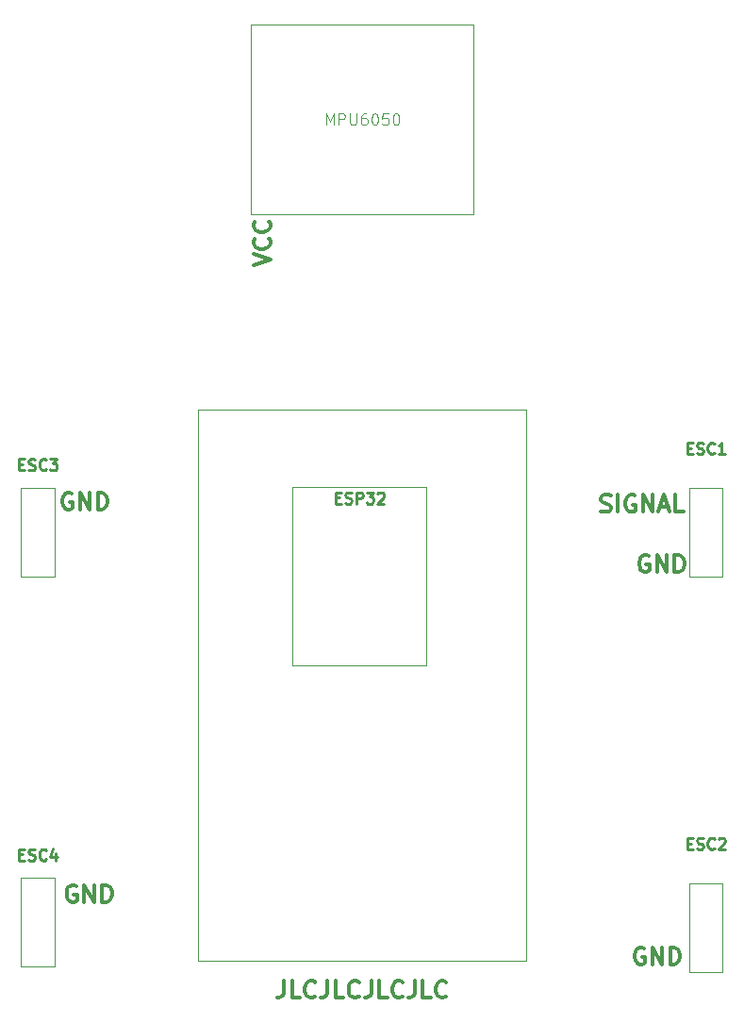
<source format=gto>
G04 #@! TF.GenerationSoftware,KiCad,Pcbnew,9.0.4*
G04 #@! TF.CreationDate,2025-09-06T12:28:32+03:00*
G04 #@! TF.ProjectId,esp32 flight controller,65737033-3220-4666-9c69-67687420636f,rev?*
G04 #@! TF.SameCoordinates,Original*
G04 #@! TF.FileFunction,Legend,Top*
G04 #@! TF.FilePolarity,Positive*
%FSLAX46Y46*%
G04 Gerber Fmt 4.6, Leading zero omitted, Abs format (unit mm)*
G04 Created by KiCad (PCBNEW 9.0.4) date 2025-09-06 12:28:32*
%MOMM*%
%LPD*%
G01*
G04 APERTURE LIST*
%ADD10C,0.304800*%
%ADD11C,0.250000*%
%ADD12C,0.100000*%
G04 APERTURE END LIST*
D10*
X107598811Y-122273641D02*
X107598811Y-123362212D01*
X107598811Y-123362212D02*
X107526240Y-123579927D01*
X107526240Y-123579927D02*
X107381097Y-123725070D01*
X107381097Y-123725070D02*
X107163383Y-123797641D01*
X107163383Y-123797641D02*
X107018240Y-123797641D01*
X109050240Y-123797641D02*
X108324526Y-123797641D01*
X108324526Y-123797641D02*
X108324526Y-122273641D01*
X110429097Y-123652498D02*
X110356525Y-123725070D01*
X110356525Y-123725070D02*
X110138811Y-123797641D01*
X110138811Y-123797641D02*
X109993668Y-123797641D01*
X109993668Y-123797641D02*
X109775954Y-123725070D01*
X109775954Y-123725070D02*
X109630811Y-123579927D01*
X109630811Y-123579927D02*
X109558240Y-123434784D01*
X109558240Y-123434784D02*
X109485668Y-123144498D01*
X109485668Y-123144498D02*
X109485668Y-122926784D01*
X109485668Y-122926784D02*
X109558240Y-122636498D01*
X109558240Y-122636498D02*
X109630811Y-122491355D01*
X109630811Y-122491355D02*
X109775954Y-122346212D01*
X109775954Y-122346212D02*
X109993668Y-122273641D01*
X109993668Y-122273641D02*
X110138811Y-122273641D01*
X110138811Y-122273641D02*
X110356525Y-122346212D01*
X110356525Y-122346212D02*
X110429097Y-122418784D01*
X111517668Y-122273641D02*
X111517668Y-123362212D01*
X111517668Y-123362212D02*
X111445097Y-123579927D01*
X111445097Y-123579927D02*
X111299954Y-123725070D01*
X111299954Y-123725070D02*
X111082240Y-123797641D01*
X111082240Y-123797641D02*
X110937097Y-123797641D01*
X112969097Y-123797641D02*
X112243383Y-123797641D01*
X112243383Y-123797641D02*
X112243383Y-122273641D01*
X114347954Y-123652498D02*
X114275382Y-123725070D01*
X114275382Y-123725070D02*
X114057668Y-123797641D01*
X114057668Y-123797641D02*
X113912525Y-123797641D01*
X113912525Y-123797641D02*
X113694811Y-123725070D01*
X113694811Y-123725070D02*
X113549668Y-123579927D01*
X113549668Y-123579927D02*
X113477097Y-123434784D01*
X113477097Y-123434784D02*
X113404525Y-123144498D01*
X113404525Y-123144498D02*
X113404525Y-122926784D01*
X113404525Y-122926784D02*
X113477097Y-122636498D01*
X113477097Y-122636498D02*
X113549668Y-122491355D01*
X113549668Y-122491355D02*
X113694811Y-122346212D01*
X113694811Y-122346212D02*
X113912525Y-122273641D01*
X113912525Y-122273641D02*
X114057668Y-122273641D01*
X114057668Y-122273641D02*
X114275382Y-122346212D01*
X114275382Y-122346212D02*
X114347954Y-122418784D01*
X115436525Y-122273641D02*
X115436525Y-123362212D01*
X115436525Y-123362212D02*
X115363954Y-123579927D01*
X115363954Y-123579927D02*
X115218811Y-123725070D01*
X115218811Y-123725070D02*
X115001097Y-123797641D01*
X115001097Y-123797641D02*
X114855954Y-123797641D01*
X116887954Y-123797641D02*
X116162240Y-123797641D01*
X116162240Y-123797641D02*
X116162240Y-122273641D01*
X118266811Y-123652498D02*
X118194239Y-123725070D01*
X118194239Y-123725070D02*
X117976525Y-123797641D01*
X117976525Y-123797641D02*
X117831382Y-123797641D01*
X117831382Y-123797641D02*
X117613668Y-123725070D01*
X117613668Y-123725070D02*
X117468525Y-123579927D01*
X117468525Y-123579927D02*
X117395954Y-123434784D01*
X117395954Y-123434784D02*
X117323382Y-123144498D01*
X117323382Y-123144498D02*
X117323382Y-122926784D01*
X117323382Y-122926784D02*
X117395954Y-122636498D01*
X117395954Y-122636498D02*
X117468525Y-122491355D01*
X117468525Y-122491355D02*
X117613668Y-122346212D01*
X117613668Y-122346212D02*
X117831382Y-122273641D01*
X117831382Y-122273641D02*
X117976525Y-122273641D01*
X117976525Y-122273641D02*
X118194239Y-122346212D01*
X118194239Y-122346212D02*
X118266811Y-122418784D01*
X119355382Y-122273641D02*
X119355382Y-123362212D01*
X119355382Y-123362212D02*
X119282811Y-123579927D01*
X119282811Y-123579927D02*
X119137668Y-123725070D01*
X119137668Y-123725070D02*
X118919954Y-123797641D01*
X118919954Y-123797641D02*
X118774811Y-123797641D01*
X120806811Y-123797641D02*
X120081097Y-123797641D01*
X120081097Y-123797641D02*
X120081097Y-122273641D01*
X122185668Y-123652498D02*
X122113096Y-123725070D01*
X122113096Y-123725070D02*
X121895382Y-123797641D01*
X121895382Y-123797641D02*
X121750239Y-123797641D01*
X121750239Y-123797641D02*
X121532525Y-123725070D01*
X121532525Y-123725070D02*
X121387382Y-123579927D01*
X121387382Y-123579927D02*
X121314811Y-123434784D01*
X121314811Y-123434784D02*
X121242239Y-123144498D01*
X121242239Y-123144498D02*
X121242239Y-122926784D01*
X121242239Y-122926784D02*
X121314811Y-122636498D01*
X121314811Y-122636498D02*
X121387382Y-122491355D01*
X121387382Y-122491355D02*
X121532525Y-122346212D01*
X121532525Y-122346212D02*
X121750239Y-122273641D01*
X121750239Y-122273641D02*
X121895382Y-122273641D01*
X121895382Y-122273641D02*
X122113096Y-122346212D01*
X122113096Y-122346212D02*
X122185668Y-122418784D01*
X136090811Y-80125070D02*
X136308526Y-80197641D01*
X136308526Y-80197641D02*
X136671383Y-80197641D01*
X136671383Y-80197641D02*
X136816526Y-80125070D01*
X136816526Y-80125070D02*
X136889097Y-80052498D01*
X136889097Y-80052498D02*
X136961668Y-79907355D01*
X136961668Y-79907355D02*
X136961668Y-79762212D01*
X136961668Y-79762212D02*
X136889097Y-79617070D01*
X136889097Y-79617070D02*
X136816526Y-79544498D01*
X136816526Y-79544498D02*
X136671383Y-79471927D01*
X136671383Y-79471927D02*
X136381097Y-79399355D01*
X136381097Y-79399355D02*
X136235954Y-79326784D01*
X136235954Y-79326784D02*
X136163383Y-79254212D01*
X136163383Y-79254212D02*
X136090811Y-79109070D01*
X136090811Y-79109070D02*
X136090811Y-78963927D01*
X136090811Y-78963927D02*
X136163383Y-78818784D01*
X136163383Y-78818784D02*
X136235954Y-78746212D01*
X136235954Y-78746212D02*
X136381097Y-78673641D01*
X136381097Y-78673641D02*
X136743954Y-78673641D01*
X136743954Y-78673641D02*
X136961668Y-78746212D01*
X137614812Y-80197641D02*
X137614812Y-78673641D01*
X139138811Y-78746212D02*
X138993669Y-78673641D01*
X138993669Y-78673641D02*
X138775954Y-78673641D01*
X138775954Y-78673641D02*
X138558240Y-78746212D01*
X138558240Y-78746212D02*
X138413097Y-78891355D01*
X138413097Y-78891355D02*
X138340526Y-79036498D01*
X138340526Y-79036498D02*
X138267954Y-79326784D01*
X138267954Y-79326784D02*
X138267954Y-79544498D01*
X138267954Y-79544498D02*
X138340526Y-79834784D01*
X138340526Y-79834784D02*
X138413097Y-79979927D01*
X138413097Y-79979927D02*
X138558240Y-80125070D01*
X138558240Y-80125070D02*
X138775954Y-80197641D01*
X138775954Y-80197641D02*
X138921097Y-80197641D01*
X138921097Y-80197641D02*
X139138811Y-80125070D01*
X139138811Y-80125070D02*
X139211383Y-80052498D01*
X139211383Y-80052498D02*
X139211383Y-79544498D01*
X139211383Y-79544498D02*
X138921097Y-79544498D01*
X139864526Y-80197641D02*
X139864526Y-78673641D01*
X139864526Y-78673641D02*
X140735383Y-80197641D01*
X140735383Y-80197641D02*
X140735383Y-78673641D01*
X141388525Y-79762212D02*
X142114240Y-79762212D01*
X141243382Y-80197641D02*
X141751382Y-78673641D01*
X141751382Y-78673641D02*
X142259382Y-80197641D01*
X143493097Y-80197641D02*
X142767383Y-80197641D01*
X142767383Y-80197641D02*
X142767383Y-78673641D01*
X140361668Y-84146212D02*
X140216526Y-84073641D01*
X140216526Y-84073641D02*
X139998811Y-84073641D01*
X139998811Y-84073641D02*
X139781097Y-84146212D01*
X139781097Y-84146212D02*
X139635954Y-84291355D01*
X139635954Y-84291355D02*
X139563383Y-84436498D01*
X139563383Y-84436498D02*
X139490811Y-84726784D01*
X139490811Y-84726784D02*
X139490811Y-84944498D01*
X139490811Y-84944498D02*
X139563383Y-85234784D01*
X139563383Y-85234784D02*
X139635954Y-85379927D01*
X139635954Y-85379927D02*
X139781097Y-85525070D01*
X139781097Y-85525070D02*
X139998811Y-85597641D01*
X139998811Y-85597641D02*
X140143954Y-85597641D01*
X140143954Y-85597641D02*
X140361668Y-85525070D01*
X140361668Y-85525070D02*
X140434240Y-85452498D01*
X140434240Y-85452498D02*
X140434240Y-84944498D01*
X140434240Y-84944498D02*
X140143954Y-84944498D01*
X141087383Y-85597641D02*
X141087383Y-84073641D01*
X141087383Y-84073641D02*
X141958240Y-85597641D01*
X141958240Y-85597641D02*
X141958240Y-84073641D01*
X142683954Y-85597641D02*
X142683954Y-84073641D01*
X142683954Y-84073641D02*
X143046811Y-84073641D01*
X143046811Y-84073641D02*
X143264525Y-84146212D01*
X143264525Y-84146212D02*
X143409668Y-84291355D01*
X143409668Y-84291355D02*
X143482239Y-84436498D01*
X143482239Y-84436498D02*
X143554811Y-84726784D01*
X143554811Y-84726784D02*
X143554811Y-84944498D01*
X143554811Y-84944498D02*
X143482239Y-85234784D01*
X143482239Y-85234784D02*
X143409668Y-85379927D01*
X143409668Y-85379927D02*
X143264525Y-85525070D01*
X143264525Y-85525070D02*
X143046811Y-85597641D01*
X143046811Y-85597641D02*
X142683954Y-85597641D01*
X139961668Y-119346212D02*
X139816526Y-119273641D01*
X139816526Y-119273641D02*
X139598811Y-119273641D01*
X139598811Y-119273641D02*
X139381097Y-119346212D01*
X139381097Y-119346212D02*
X139235954Y-119491355D01*
X139235954Y-119491355D02*
X139163383Y-119636498D01*
X139163383Y-119636498D02*
X139090811Y-119926784D01*
X139090811Y-119926784D02*
X139090811Y-120144498D01*
X139090811Y-120144498D02*
X139163383Y-120434784D01*
X139163383Y-120434784D02*
X139235954Y-120579927D01*
X139235954Y-120579927D02*
X139381097Y-120725070D01*
X139381097Y-120725070D02*
X139598811Y-120797641D01*
X139598811Y-120797641D02*
X139743954Y-120797641D01*
X139743954Y-120797641D02*
X139961668Y-120725070D01*
X139961668Y-120725070D02*
X140034240Y-120652498D01*
X140034240Y-120652498D02*
X140034240Y-120144498D01*
X140034240Y-120144498D02*
X139743954Y-120144498D01*
X140687383Y-120797641D02*
X140687383Y-119273641D01*
X140687383Y-119273641D02*
X141558240Y-120797641D01*
X141558240Y-120797641D02*
X141558240Y-119273641D01*
X142283954Y-120797641D02*
X142283954Y-119273641D01*
X142283954Y-119273641D02*
X142646811Y-119273641D01*
X142646811Y-119273641D02*
X142864525Y-119346212D01*
X142864525Y-119346212D02*
X143009668Y-119491355D01*
X143009668Y-119491355D02*
X143082239Y-119636498D01*
X143082239Y-119636498D02*
X143154811Y-119926784D01*
X143154811Y-119926784D02*
X143154811Y-120144498D01*
X143154811Y-120144498D02*
X143082239Y-120434784D01*
X143082239Y-120434784D02*
X143009668Y-120579927D01*
X143009668Y-120579927D02*
X142864525Y-120725070D01*
X142864525Y-120725070D02*
X142646811Y-120797641D01*
X142646811Y-120797641D02*
X142283954Y-120797641D01*
X88961668Y-113746212D02*
X88816526Y-113673641D01*
X88816526Y-113673641D02*
X88598811Y-113673641D01*
X88598811Y-113673641D02*
X88381097Y-113746212D01*
X88381097Y-113746212D02*
X88235954Y-113891355D01*
X88235954Y-113891355D02*
X88163383Y-114036498D01*
X88163383Y-114036498D02*
X88090811Y-114326784D01*
X88090811Y-114326784D02*
X88090811Y-114544498D01*
X88090811Y-114544498D02*
X88163383Y-114834784D01*
X88163383Y-114834784D02*
X88235954Y-114979927D01*
X88235954Y-114979927D02*
X88381097Y-115125070D01*
X88381097Y-115125070D02*
X88598811Y-115197641D01*
X88598811Y-115197641D02*
X88743954Y-115197641D01*
X88743954Y-115197641D02*
X88961668Y-115125070D01*
X88961668Y-115125070D02*
X89034240Y-115052498D01*
X89034240Y-115052498D02*
X89034240Y-114544498D01*
X89034240Y-114544498D02*
X88743954Y-114544498D01*
X89687383Y-115197641D02*
X89687383Y-113673641D01*
X89687383Y-113673641D02*
X90558240Y-115197641D01*
X90558240Y-115197641D02*
X90558240Y-113673641D01*
X91283954Y-115197641D02*
X91283954Y-113673641D01*
X91283954Y-113673641D02*
X91646811Y-113673641D01*
X91646811Y-113673641D02*
X91864525Y-113746212D01*
X91864525Y-113746212D02*
X92009668Y-113891355D01*
X92009668Y-113891355D02*
X92082239Y-114036498D01*
X92082239Y-114036498D02*
X92154811Y-114326784D01*
X92154811Y-114326784D02*
X92154811Y-114544498D01*
X92154811Y-114544498D02*
X92082239Y-114834784D01*
X92082239Y-114834784D02*
X92009668Y-114979927D01*
X92009668Y-114979927D02*
X91864525Y-115125070D01*
X91864525Y-115125070D02*
X91646811Y-115197641D01*
X91646811Y-115197641D02*
X91283954Y-115197641D01*
X88561668Y-78546212D02*
X88416526Y-78473641D01*
X88416526Y-78473641D02*
X88198811Y-78473641D01*
X88198811Y-78473641D02*
X87981097Y-78546212D01*
X87981097Y-78546212D02*
X87835954Y-78691355D01*
X87835954Y-78691355D02*
X87763383Y-78836498D01*
X87763383Y-78836498D02*
X87690811Y-79126784D01*
X87690811Y-79126784D02*
X87690811Y-79344498D01*
X87690811Y-79344498D02*
X87763383Y-79634784D01*
X87763383Y-79634784D02*
X87835954Y-79779927D01*
X87835954Y-79779927D02*
X87981097Y-79925070D01*
X87981097Y-79925070D02*
X88198811Y-79997641D01*
X88198811Y-79997641D02*
X88343954Y-79997641D01*
X88343954Y-79997641D02*
X88561668Y-79925070D01*
X88561668Y-79925070D02*
X88634240Y-79852498D01*
X88634240Y-79852498D02*
X88634240Y-79344498D01*
X88634240Y-79344498D02*
X88343954Y-79344498D01*
X89287383Y-79997641D02*
X89287383Y-78473641D01*
X89287383Y-78473641D02*
X90158240Y-79997641D01*
X90158240Y-79997641D02*
X90158240Y-78473641D01*
X90883954Y-79997641D02*
X90883954Y-78473641D01*
X90883954Y-78473641D02*
X91246811Y-78473641D01*
X91246811Y-78473641D02*
X91464525Y-78546212D01*
X91464525Y-78546212D02*
X91609668Y-78691355D01*
X91609668Y-78691355D02*
X91682239Y-78836498D01*
X91682239Y-78836498D02*
X91754811Y-79126784D01*
X91754811Y-79126784D02*
X91754811Y-79344498D01*
X91754811Y-79344498D02*
X91682239Y-79634784D01*
X91682239Y-79634784D02*
X91609668Y-79779927D01*
X91609668Y-79779927D02*
X91464525Y-79925070D01*
X91464525Y-79925070D02*
X91246811Y-79997641D01*
X91246811Y-79997641D02*
X90883954Y-79997641D01*
X104873641Y-58054331D02*
X106397641Y-57546331D01*
X106397641Y-57546331D02*
X104873641Y-57038331D01*
X106252498Y-55659473D02*
X106325070Y-55732045D01*
X106325070Y-55732045D02*
X106397641Y-55949759D01*
X106397641Y-55949759D02*
X106397641Y-56094902D01*
X106397641Y-56094902D02*
X106325070Y-56312616D01*
X106325070Y-56312616D02*
X106179927Y-56457759D01*
X106179927Y-56457759D02*
X106034784Y-56530330D01*
X106034784Y-56530330D02*
X105744498Y-56602902D01*
X105744498Y-56602902D02*
X105526784Y-56602902D01*
X105526784Y-56602902D02*
X105236498Y-56530330D01*
X105236498Y-56530330D02*
X105091355Y-56457759D01*
X105091355Y-56457759D02*
X104946212Y-56312616D01*
X104946212Y-56312616D02*
X104873641Y-56094902D01*
X104873641Y-56094902D02*
X104873641Y-55949759D01*
X104873641Y-55949759D02*
X104946212Y-55732045D01*
X104946212Y-55732045D02*
X105018784Y-55659473D01*
X106252498Y-54135473D02*
X106325070Y-54208045D01*
X106325070Y-54208045D02*
X106397641Y-54425759D01*
X106397641Y-54425759D02*
X106397641Y-54570902D01*
X106397641Y-54570902D02*
X106325070Y-54788616D01*
X106325070Y-54788616D02*
X106179927Y-54933759D01*
X106179927Y-54933759D02*
X106034784Y-55006330D01*
X106034784Y-55006330D02*
X105744498Y-55078902D01*
X105744498Y-55078902D02*
X105526784Y-55078902D01*
X105526784Y-55078902D02*
X105236498Y-55006330D01*
X105236498Y-55006330D02*
X105091355Y-54933759D01*
X105091355Y-54933759D02*
X104946212Y-54788616D01*
X104946212Y-54788616D02*
X104873641Y-54570902D01*
X104873641Y-54570902D02*
X104873641Y-54425759D01*
X104873641Y-54425759D02*
X104946212Y-54208045D01*
X104946212Y-54208045D02*
X105018784Y-54135473D01*
D11*
X83833333Y-75925809D02*
X84166666Y-75925809D01*
X84309523Y-76449619D02*
X83833333Y-76449619D01*
X83833333Y-76449619D02*
X83833333Y-75449619D01*
X83833333Y-75449619D02*
X84309523Y-75449619D01*
X84690476Y-76402000D02*
X84833333Y-76449619D01*
X84833333Y-76449619D02*
X85071428Y-76449619D01*
X85071428Y-76449619D02*
X85166666Y-76402000D01*
X85166666Y-76402000D02*
X85214285Y-76354380D01*
X85214285Y-76354380D02*
X85261904Y-76259142D01*
X85261904Y-76259142D02*
X85261904Y-76163904D01*
X85261904Y-76163904D02*
X85214285Y-76068666D01*
X85214285Y-76068666D02*
X85166666Y-76021047D01*
X85166666Y-76021047D02*
X85071428Y-75973428D01*
X85071428Y-75973428D02*
X84880952Y-75925809D01*
X84880952Y-75925809D02*
X84785714Y-75878190D01*
X84785714Y-75878190D02*
X84738095Y-75830571D01*
X84738095Y-75830571D02*
X84690476Y-75735333D01*
X84690476Y-75735333D02*
X84690476Y-75640095D01*
X84690476Y-75640095D02*
X84738095Y-75544857D01*
X84738095Y-75544857D02*
X84785714Y-75497238D01*
X84785714Y-75497238D02*
X84880952Y-75449619D01*
X84880952Y-75449619D02*
X85119047Y-75449619D01*
X85119047Y-75449619D02*
X85261904Y-75497238D01*
X86261904Y-76354380D02*
X86214285Y-76402000D01*
X86214285Y-76402000D02*
X86071428Y-76449619D01*
X86071428Y-76449619D02*
X85976190Y-76449619D01*
X85976190Y-76449619D02*
X85833333Y-76402000D01*
X85833333Y-76402000D02*
X85738095Y-76306761D01*
X85738095Y-76306761D02*
X85690476Y-76211523D01*
X85690476Y-76211523D02*
X85642857Y-76021047D01*
X85642857Y-76021047D02*
X85642857Y-75878190D01*
X85642857Y-75878190D02*
X85690476Y-75687714D01*
X85690476Y-75687714D02*
X85738095Y-75592476D01*
X85738095Y-75592476D02*
X85833333Y-75497238D01*
X85833333Y-75497238D02*
X85976190Y-75449619D01*
X85976190Y-75449619D02*
X86071428Y-75449619D01*
X86071428Y-75449619D02*
X86214285Y-75497238D01*
X86214285Y-75497238D02*
X86261904Y-75544857D01*
X86595238Y-75449619D02*
X87214285Y-75449619D01*
X87214285Y-75449619D02*
X86880952Y-75830571D01*
X86880952Y-75830571D02*
X87023809Y-75830571D01*
X87023809Y-75830571D02*
X87119047Y-75878190D01*
X87119047Y-75878190D02*
X87166666Y-75925809D01*
X87166666Y-75925809D02*
X87214285Y-76021047D01*
X87214285Y-76021047D02*
X87214285Y-76259142D01*
X87214285Y-76259142D02*
X87166666Y-76354380D01*
X87166666Y-76354380D02*
X87119047Y-76402000D01*
X87119047Y-76402000D02*
X87023809Y-76449619D01*
X87023809Y-76449619D02*
X86738095Y-76449619D01*
X86738095Y-76449619D02*
X86642857Y-76402000D01*
X86642857Y-76402000D02*
X86595238Y-76354380D01*
X112257143Y-78925809D02*
X112590476Y-78925809D01*
X112733333Y-79449619D02*
X112257143Y-79449619D01*
X112257143Y-79449619D02*
X112257143Y-78449619D01*
X112257143Y-78449619D02*
X112733333Y-78449619D01*
X113114286Y-79402000D02*
X113257143Y-79449619D01*
X113257143Y-79449619D02*
X113495238Y-79449619D01*
X113495238Y-79449619D02*
X113590476Y-79402000D01*
X113590476Y-79402000D02*
X113638095Y-79354380D01*
X113638095Y-79354380D02*
X113685714Y-79259142D01*
X113685714Y-79259142D02*
X113685714Y-79163904D01*
X113685714Y-79163904D02*
X113638095Y-79068666D01*
X113638095Y-79068666D02*
X113590476Y-79021047D01*
X113590476Y-79021047D02*
X113495238Y-78973428D01*
X113495238Y-78973428D02*
X113304762Y-78925809D01*
X113304762Y-78925809D02*
X113209524Y-78878190D01*
X113209524Y-78878190D02*
X113161905Y-78830571D01*
X113161905Y-78830571D02*
X113114286Y-78735333D01*
X113114286Y-78735333D02*
X113114286Y-78640095D01*
X113114286Y-78640095D02*
X113161905Y-78544857D01*
X113161905Y-78544857D02*
X113209524Y-78497238D01*
X113209524Y-78497238D02*
X113304762Y-78449619D01*
X113304762Y-78449619D02*
X113542857Y-78449619D01*
X113542857Y-78449619D02*
X113685714Y-78497238D01*
X114114286Y-79449619D02*
X114114286Y-78449619D01*
X114114286Y-78449619D02*
X114495238Y-78449619D01*
X114495238Y-78449619D02*
X114590476Y-78497238D01*
X114590476Y-78497238D02*
X114638095Y-78544857D01*
X114638095Y-78544857D02*
X114685714Y-78640095D01*
X114685714Y-78640095D02*
X114685714Y-78782952D01*
X114685714Y-78782952D02*
X114638095Y-78878190D01*
X114638095Y-78878190D02*
X114590476Y-78925809D01*
X114590476Y-78925809D02*
X114495238Y-78973428D01*
X114495238Y-78973428D02*
X114114286Y-78973428D01*
X115019048Y-78449619D02*
X115638095Y-78449619D01*
X115638095Y-78449619D02*
X115304762Y-78830571D01*
X115304762Y-78830571D02*
X115447619Y-78830571D01*
X115447619Y-78830571D02*
X115542857Y-78878190D01*
X115542857Y-78878190D02*
X115590476Y-78925809D01*
X115590476Y-78925809D02*
X115638095Y-79021047D01*
X115638095Y-79021047D02*
X115638095Y-79259142D01*
X115638095Y-79259142D02*
X115590476Y-79354380D01*
X115590476Y-79354380D02*
X115542857Y-79402000D01*
X115542857Y-79402000D02*
X115447619Y-79449619D01*
X115447619Y-79449619D02*
X115161905Y-79449619D01*
X115161905Y-79449619D02*
X115066667Y-79402000D01*
X115066667Y-79402000D02*
X115019048Y-79354380D01*
X116019048Y-78544857D02*
X116066667Y-78497238D01*
X116066667Y-78497238D02*
X116161905Y-78449619D01*
X116161905Y-78449619D02*
X116400000Y-78449619D01*
X116400000Y-78449619D02*
X116495238Y-78497238D01*
X116495238Y-78497238D02*
X116542857Y-78544857D01*
X116542857Y-78544857D02*
X116590476Y-78640095D01*
X116590476Y-78640095D02*
X116590476Y-78735333D01*
X116590476Y-78735333D02*
X116542857Y-78878190D01*
X116542857Y-78878190D02*
X115971429Y-79449619D01*
X115971429Y-79449619D02*
X116590476Y-79449619D01*
D12*
X111388095Y-45457419D02*
X111388095Y-44457419D01*
X111388095Y-44457419D02*
X111721428Y-45171704D01*
X111721428Y-45171704D02*
X112054761Y-44457419D01*
X112054761Y-44457419D02*
X112054761Y-45457419D01*
X112530952Y-45457419D02*
X112530952Y-44457419D01*
X112530952Y-44457419D02*
X112911904Y-44457419D01*
X112911904Y-44457419D02*
X113007142Y-44505038D01*
X113007142Y-44505038D02*
X113054761Y-44552657D01*
X113054761Y-44552657D02*
X113102380Y-44647895D01*
X113102380Y-44647895D02*
X113102380Y-44790752D01*
X113102380Y-44790752D02*
X113054761Y-44885990D01*
X113054761Y-44885990D02*
X113007142Y-44933609D01*
X113007142Y-44933609D02*
X112911904Y-44981228D01*
X112911904Y-44981228D02*
X112530952Y-44981228D01*
X113530952Y-44457419D02*
X113530952Y-45266942D01*
X113530952Y-45266942D02*
X113578571Y-45362180D01*
X113578571Y-45362180D02*
X113626190Y-45409800D01*
X113626190Y-45409800D02*
X113721428Y-45457419D01*
X113721428Y-45457419D02*
X113911904Y-45457419D01*
X113911904Y-45457419D02*
X114007142Y-45409800D01*
X114007142Y-45409800D02*
X114054761Y-45362180D01*
X114054761Y-45362180D02*
X114102380Y-45266942D01*
X114102380Y-45266942D02*
X114102380Y-44457419D01*
X115007142Y-44457419D02*
X114816666Y-44457419D01*
X114816666Y-44457419D02*
X114721428Y-44505038D01*
X114721428Y-44505038D02*
X114673809Y-44552657D01*
X114673809Y-44552657D02*
X114578571Y-44695514D01*
X114578571Y-44695514D02*
X114530952Y-44885990D01*
X114530952Y-44885990D02*
X114530952Y-45266942D01*
X114530952Y-45266942D02*
X114578571Y-45362180D01*
X114578571Y-45362180D02*
X114626190Y-45409800D01*
X114626190Y-45409800D02*
X114721428Y-45457419D01*
X114721428Y-45457419D02*
X114911904Y-45457419D01*
X114911904Y-45457419D02*
X115007142Y-45409800D01*
X115007142Y-45409800D02*
X115054761Y-45362180D01*
X115054761Y-45362180D02*
X115102380Y-45266942D01*
X115102380Y-45266942D02*
X115102380Y-45028847D01*
X115102380Y-45028847D02*
X115054761Y-44933609D01*
X115054761Y-44933609D02*
X115007142Y-44885990D01*
X115007142Y-44885990D02*
X114911904Y-44838371D01*
X114911904Y-44838371D02*
X114721428Y-44838371D01*
X114721428Y-44838371D02*
X114626190Y-44885990D01*
X114626190Y-44885990D02*
X114578571Y-44933609D01*
X114578571Y-44933609D02*
X114530952Y-45028847D01*
X115721428Y-44457419D02*
X115816666Y-44457419D01*
X115816666Y-44457419D02*
X115911904Y-44505038D01*
X115911904Y-44505038D02*
X115959523Y-44552657D01*
X115959523Y-44552657D02*
X116007142Y-44647895D01*
X116007142Y-44647895D02*
X116054761Y-44838371D01*
X116054761Y-44838371D02*
X116054761Y-45076466D01*
X116054761Y-45076466D02*
X116007142Y-45266942D01*
X116007142Y-45266942D02*
X115959523Y-45362180D01*
X115959523Y-45362180D02*
X115911904Y-45409800D01*
X115911904Y-45409800D02*
X115816666Y-45457419D01*
X115816666Y-45457419D02*
X115721428Y-45457419D01*
X115721428Y-45457419D02*
X115626190Y-45409800D01*
X115626190Y-45409800D02*
X115578571Y-45362180D01*
X115578571Y-45362180D02*
X115530952Y-45266942D01*
X115530952Y-45266942D02*
X115483333Y-45076466D01*
X115483333Y-45076466D02*
X115483333Y-44838371D01*
X115483333Y-44838371D02*
X115530952Y-44647895D01*
X115530952Y-44647895D02*
X115578571Y-44552657D01*
X115578571Y-44552657D02*
X115626190Y-44505038D01*
X115626190Y-44505038D02*
X115721428Y-44457419D01*
X116959523Y-44457419D02*
X116483333Y-44457419D01*
X116483333Y-44457419D02*
X116435714Y-44933609D01*
X116435714Y-44933609D02*
X116483333Y-44885990D01*
X116483333Y-44885990D02*
X116578571Y-44838371D01*
X116578571Y-44838371D02*
X116816666Y-44838371D01*
X116816666Y-44838371D02*
X116911904Y-44885990D01*
X116911904Y-44885990D02*
X116959523Y-44933609D01*
X116959523Y-44933609D02*
X117007142Y-45028847D01*
X117007142Y-45028847D02*
X117007142Y-45266942D01*
X117007142Y-45266942D02*
X116959523Y-45362180D01*
X116959523Y-45362180D02*
X116911904Y-45409800D01*
X116911904Y-45409800D02*
X116816666Y-45457419D01*
X116816666Y-45457419D02*
X116578571Y-45457419D01*
X116578571Y-45457419D02*
X116483333Y-45409800D01*
X116483333Y-45409800D02*
X116435714Y-45362180D01*
X117626190Y-44457419D02*
X117721428Y-44457419D01*
X117721428Y-44457419D02*
X117816666Y-44505038D01*
X117816666Y-44505038D02*
X117864285Y-44552657D01*
X117864285Y-44552657D02*
X117911904Y-44647895D01*
X117911904Y-44647895D02*
X117959523Y-44838371D01*
X117959523Y-44838371D02*
X117959523Y-45076466D01*
X117959523Y-45076466D02*
X117911904Y-45266942D01*
X117911904Y-45266942D02*
X117864285Y-45362180D01*
X117864285Y-45362180D02*
X117816666Y-45409800D01*
X117816666Y-45409800D02*
X117721428Y-45457419D01*
X117721428Y-45457419D02*
X117626190Y-45457419D01*
X117626190Y-45457419D02*
X117530952Y-45409800D01*
X117530952Y-45409800D02*
X117483333Y-45362180D01*
X117483333Y-45362180D02*
X117435714Y-45266942D01*
X117435714Y-45266942D02*
X117388095Y-45076466D01*
X117388095Y-45076466D02*
X117388095Y-44838371D01*
X117388095Y-44838371D02*
X117435714Y-44647895D01*
X117435714Y-44647895D02*
X117483333Y-44552657D01*
X117483333Y-44552657D02*
X117530952Y-44505038D01*
X117530952Y-44505038D02*
X117626190Y-44457419D01*
D11*
X83833333Y-110925809D02*
X84166666Y-110925809D01*
X84309523Y-111449619D02*
X83833333Y-111449619D01*
X83833333Y-111449619D02*
X83833333Y-110449619D01*
X83833333Y-110449619D02*
X84309523Y-110449619D01*
X84690476Y-111402000D02*
X84833333Y-111449619D01*
X84833333Y-111449619D02*
X85071428Y-111449619D01*
X85071428Y-111449619D02*
X85166666Y-111402000D01*
X85166666Y-111402000D02*
X85214285Y-111354380D01*
X85214285Y-111354380D02*
X85261904Y-111259142D01*
X85261904Y-111259142D02*
X85261904Y-111163904D01*
X85261904Y-111163904D02*
X85214285Y-111068666D01*
X85214285Y-111068666D02*
X85166666Y-111021047D01*
X85166666Y-111021047D02*
X85071428Y-110973428D01*
X85071428Y-110973428D02*
X84880952Y-110925809D01*
X84880952Y-110925809D02*
X84785714Y-110878190D01*
X84785714Y-110878190D02*
X84738095Y-110830571D01*
X84738095Y-110830571D02*
X84690476Y-110735333D01*
X84690476Y-110735333D02*
X84690476Y-110640095D01*
X84690476Y-110640095D02*
X84738095Y-110544857D01*
X84738095Y-110544857D02*
X84785714Y-110497238D01*
X84785714Y-110497238D02*
X84880952Y-110449619D01*
X84880952Y-110449619D02*
X85119047Y-110449619D01*
X85119047Y-110449619D02*
X85261904Y-110497238D01*
X86261904Y-111354380D02*
X86214285Y-111402000D01*
X86214285Y-111402000D02*
X86071428Y-111449619D01*
X86071428Y-111449619D02*
X85976190Y-111449619D01*
X85976190Y-111449619D02*
X85833333Y-111402000D01*
X85833333Y-111402000D02*
X85738095Y-111306761D01*
X85738095Y-111306761D02*
X85690476Y-111211523D01*
X85690476Y-111211523D02*
X85642857Y-111021047D01*
X85642857Y-111021047D02*
X85642857Y-110878190D01*
X85642857Y-110878190D02*
X85690476Y-110687714D01*
X85690476Y-110687714D02*
X85738095Y-110592476D01*
X85738095Y-110592476D02*
X85833333Y-110497238D01*
X85833333Y-110497238D02*
X85976190Y-110449619D01*
X85976190Y-110449619D02*
X86071428Y-110449619D01*
X86071428Y-110449619D02*
X86214285Y-110497238D01*
X86214285Y-110497238D02*
X86261904Y-110544857D01*
X87119047Y-110782952D02*
X87119047Y-111449619D01*
X86880952Y-110402000D02*
X86642857Y-111116285D01*
X86642857Y-111116285D02*
X87261904Y-111116285D01*
X143833333Y-109925809D02*
X144166666Y-109925809D01*
X144309523Y-110449619D02*
X143833333Y-110449619D01*
X143833333Y-110449619D02*
X143833333Y-109449619D01*
X143833333Y-109449619D02*
X144309523Y-109449619D01*
X144690476Y-110402000D02*
X144833333Y-110449619D01*
X144833333Y-110449619D02*
X145071428Y-110449619D01*
X145071428Y-110449619D02*
X145166666Y-110402000D01*
X145166666Y-110402000D02*
X145214285Y-110354380D01*
X145214285Y-110354380D02*
X145261904Y-110259142D01*
X145261904Y-110259142D02*
X145261904Y-110163904D01*
X145261904Y-110163904D02*
X145214285Y-110068666D01*
X145214285Y-110068666D02*
X145166666Y-110021047D01*
X145166666Y-110021047D02*
X145071428Y-109973428D01*
X145071428Y-109973428D02*
X144880952Y-109925809D01*
X144880952Y-109925809D02*
X144785714Y-109878190D01*
X144785714Y-109878190D02*
X144738095Y-109830571D01*
X144738095Y-109830571D02*
X144690476Y-109735333D01*
X144690476Y-109735333D02*
X144690476Y-109640095D01*
X144690476Y-109640095D02*
X144738095Y-109544857D01*
X144738095Y-109544857D02*
X144785714Y-109497238D01*
X144785714Y-109497238D02*
X144880952Y-109449619D01*
X144880952Y-109449619D02*
X145119047Y-109449619D01*
X145119047Y-109449619D02*
X145261904Y-109497238D01*
X146261904Y-110354380D02*
X146214285Y-110402000D01*
X146214285Y-110402000D02*
X146071428Y-110449619D01*
X146071428Y-110449619D02*
X145976190Y-110449619D01*
X145976190Y-110449619D02*
X145833333Y-110402000D01*
X145833333Y-110402000D02*
X145738095Y-110306761D01*
X145738095Y-110306761D02*
X145690476Y-110211523D01*
X145690476Y-110211523D02*
X145642857Y-110021047D01*
X145642857Y-110021047D02*
X145642857Y-109878190D01*
X145642857Y-109878190D02*
X145690476Y-109687714D01*
X145690476Y-109687714D02*
X145738095Y-109592476D01*
X145738095Y-109592476D02*
X145833333Y-109497238D01*
X145833333Y-109497238D02*
X145976190Y-109449619D01*
X145976190Y-109449619D02*
X146071428Y-109449619D01*
X146071428Y-109449619D02*
X146214285Y-109497238D01*
X146214285Y-109497238D02*
X146261904Y-109544857D01*
X146642857Y-109544857D02*
X146690476Y-109497238D01*
X146690476Y-109497238D02*
X146785714Y-109449619D01*
X146785714Y-109449619D02*
X147023809Y-109449619D01*
X147023809Y-109449619D02*
X147119047Y-109497238D01*
X147119047Y-109497238D02*
X147166666Y-109544857D01*
X147166666Y-109544857D02*
X147214285Y-109640095D01*
X147214285Y-109640095D02*
X147214285Y-109735333D01*
X147214285Y-109735333D02*
X147166666Y-109878190D01*
X147166666Y-109878190D02*
X146595238Y-110449619D01*
X146595238Y-110449619D02*
X147214285Y-110449619D01*
X143833333Y-74465809D02*
X144166666Y-74465809D01*
X144309523Y-74989619D02*
X143833333Y-74989619D01*
X143833333Y-74989619D02*
X143833333Y-73989619D01*
X143833333Y-73989619D02*
X144309523Y-73989619D01*
X144690476Y-74942000D02*
X144833333Y-74989619D01*
X144833333Y-74989619D02*
X145071428Y-74989619D01*
X145071428Y-74989619D02*
X145166666Y-74942000D01*
X145166666Y-74942000D02*
X145214285Y-74894380D01*
X145214285Y-74894380D02*
X145261904Y-74799142D01*
X145261904Y-74799142D02*
X145261904Y-74703904D01*
X145261904Y-74703904D02*
X145214285Y-74608666D01*
X145214285Y-74608666D02*
X145166666Y-74561047D01*
X145166666Y-74561047D02*
X145071428Y-74513428D01*
X145071428Y-74513428D02*
X144880952Y-74465809D01*
X144880952Y-74465809D02*
X144785714Y-74418190D01*
X144785714Y-74418190D02*
X144738095Y-74370571D01*
X144738095Y-74370571D02*
X144690476Y-74275333D01*
X144690476Y-74275333D02*
X144690476Y-74180095D01*
X144690476Y-74180095D02*
X144738095Y-74084857D01*
X144738095Y-74084857D02*
X144785714Y-74037238D01*
X144785714Y-74037238D02*
X144880952Y-73989619D01*
X144880952Y-73989619D02*
X145119047Y-73989619D01*
X145119047Y-73989619D02*
X145261904Y-74037238D01*
X146261904Y-74894380D02*
X146214285Y-74942000D01*
X146214285Y-74942000D02*
X146071428Y-74989619D01*
X146071428Y-74989619D02*
X145976190Y-74989619D01*
X145976190Y-74989619D02*
X145833333Y-74942000D01*
X145833333Y-74942000D02*
X145738095Y-74846761D01*
X145738095Y-74846761D02*
X145690476Y-74751523D01*
X145690476Y-74751523D02*
X145642857Y-74561047D01*
X145642857Y-74561047D02*
X145642857Y-74418190D01*
X145642857Y-74418190D02*
X145690476Y-74227714D01*
X145690476Y-74227714D02*
X145738095Y-74132476D01*
X145738095Y-74132476D02*
X145833333Y-74037238D01*
X145833333Y-74037238D02*
X145976190Y-73989619D01*
X145976190Y-73989619D02*
X146071428Y-73989619D01*
X146071428Y-73989619D02*
X146214285Y-74037238D01*
X146214285Y-74037238D02*
X146261904Y-74084857D01*
X147214285Y-74989619D02*
X146642857Y-74989619D01*
X146928571Y-74989619D02*
X146928571Y-73989619D01*
X146928571Y-73989619D02*
X146833333Y-74132476D01*
X146833333Y-74132476D02*
X146738095Y-74227714D01*
X146738095Y-74227714D02*
X146642857Y-74275333D01*
D12*
X87000000Y-86040000D02*
X84000000Y-86040000D01*
X84000000Y-78040000D01*
X87000000Y-78040000D01*
X87000000Y-86040000D01*
X99900000Y-71000000D02*
X129400000Y-71000000D01*
X129400000Y-120500000D01*
X99900000Y-120500000D01*
X99900000Y-71000000D01*
X108400000Y-78000000D02*
X120400000Y-78000000D01*
X120400000Y-94000000D01*
X108400000Y-94000000D01*
X108400000Y-78000000D01*
X104650000Y-53500000D02*
X124650000Y-53500000D01*
X124650000Y-36500000D01*
X104650000Y-36500000D01*
X104650000Y-53500000D01*
X87000000Y-121000000D02*
X84000000Y-121000000D01*
X84000000Y-113000000D01*
X87000000Y-113000000D01*
X87000000Y-121000000D01*
X144000000Y-113500000D02*
X147000000Y-113500000D01*
X147000000Y-121500000D01*
X144000000Y-121500000D01*
X144000000Y-113500000D01*
X144000000Y-78040000D02*
X147000000Y-78040000D01*
X147000000Y-86040000D01*
X144000000Y-86040000D01*
X144000000Y-78040000D01*
%LPC*%
G36*
X145775770Y-119130907D02*
G01*
X145947827Y-119202175D01*
X146102674Y-119305640D01*
X146234360Y-119437326D01*
X146337825Y-119592173D01*
X146409093Y-119764230D01*
X146445425Y-119946884D01*
X146445425Y-120133116D01*
X146409093Y-120315770D01*
X146337825Y-120487827D01*
X146234360Y-120642674D01*
X146102674Y-120774360D01*
X145947827Y-120877825D01*
X145775770Y-120949093D01*
X145593116Y-120985425D01*
X145406884Y-120985425D01*
X145224230Y-120949093D01*
X145052173Y-120877825D01*
X144897326Y-120774360D01*
X144765640Y-120642674D01*
X144662175Y-120487827D01*
X144590907Y-120315770D01*
X144554575Y-120133116D01*
X144554575Y-119946884D01*
X144590907Y-119764230D01*
X144662175Y-119592173D01*
X144765640Y-119437326D01*
X144897326Y-119305640D01*
X145052173Y-119202175D01*
X145224230Y-119130907D01*
X145406884Y-119094575D01*
X145593116Y-119094575D01*
X145775770Y-119130907D01*
G37*
G36*
X85775770Y-118630907D02*
G01*
X85947827Y-118702175D01*
X86102674Y-118805640D01*
X86234360Y-118937326D01*
X86337825Y-119092173D01*
X86409093Y-119264230D01*
X86445425Y-119446884D01*
X86445425Y-119633116D01*
X86409093Y-119815770D01*
X86337825Y-119987827D01*
X86234360Y-120142674D01*
X86102674Y-120274360D01*
X85947827Y-120377825D01*
X85775770Y-120449093D01*
X85593116Y-120485425D01*
X85406884Y-120485425D01*
X85224230Y-120449093D01*
X85052173Y-120377825D01*
X84897326Y-120274360D01*
X84765640Y-120142674D01*
X84662175Y-119987827D01*
X84590907Y-119815770D01*
X84554575Y-119633116D01*
X84554575Y-119446884D01*
X84590907Y-119264230D01*
X84662175Y-119092173D01*
X84765640Y-118937326D01*
X84897326Y-118805640D01*
X85052173Y-118702175D01*
X85224230Y-118630907D01*
X85406884Y-118594575D01*
X85593116Y-118594575D01*
X85775770Y-118630907D01*
G37*
G36*
X145775770Y-116590907D02*
G01*
X145947827Y-116662175D01*
X146102674Y-116765640D01*
X146234360Y-116897326D01*
X146337825Y-117052173D01*
X146409093Y-117224230D01*
X146445425Y-117406884D01*
X146445425Y-117593116D01*
X146409093Y-117775770D01*
X146337825Y-117947827D01*
X146234360Y-118102674D01*
X146102674Y-118234360D01*
X145947827Y-118337825D01*
X145775770Y-118409093D01*
X145593116Y-118445425D01*
X145406884Y-118445425D01*
X145224230Y-118409093D01*
X145052173Y-118337825D01*
X144897326Y-118234360D01*
X144765640Y-118102674D01*
X144662175Y-117947827D01*
X144590907Y-117775770D01*
X144554575Y-117593116D01*
X144554575Y-117406884D01*
X144590907Y-117224230D01*
X144662175Y-117052173D01*
X144765640Y-116897326D01*
X144897326Y-116765640D01*
X145052173Y-116662175D01*
X145224230Y-116590907D01*
X145406884Y-116554575D01*
X145593116Y-116554575D01*
X145775770Y-116590907D01*
G37*
G36*
X85775770Y-116090907D02*
G01*
X85947827Y-116162175D01*
X86102674Y-116265640D01*
X86234360Y-116397326D01*
X86337825Y-116552173D01*
X86409093Y-116724230D01*
X86445425Y-116906884D01*
X86445425Y-117093116D01*
X86409093Y-117275770D01*
X86337825Y-117447827D01*
X86234360Y-117602674D01*
X86102674Y-117734360D01*
X85947827Y-117837825D01*
X85775770Y-117909093D01*
X85593116Y-117945425D01*
X85406884Y-117945425D01*
X85224230Y-117909093D01*
X85052173Y-117837825D01*
X84897326Y-117734360D01*
X84765640Y-117602674D01*
X84662175Y-117447827D01*
X84590907Y-117275770D01*
X84554575Y-117093116D01*
X84554575Y-116906884D01*
X84590907Y-116724230D01*
X84662175Y-116552173D01*
X84765640Y-116397326D01*
X84897326Y-116265640D01*
X85052173Y-116162175D01*
X85224230Y-116090907D01*
X85406884Y-116054575D01*
X85593116Y-116054575D01*
X85775770Y-116090907D01*
G37*
G36*
X145775770Y-114050907D02*
G01*
X145947827Y-114122175D01*
X146102674Y-114225640D01*
X146234360Y-114357326D01*
X146337825Y-114512173D01*
X146409093Y-114684230D01*
X146445425Y-114866884D01*
X146445425Y-115053116D01*
X146409093Y-115235770D01*
X146337825Y-115407827D01*
X146234360Y-115562674D01*
X146102674Y-115694360D01*
X145947827Y-115797825D01*
X145775770Y-115869093D01*
X145593116Y-115905425D01*
X145406884Y-115905425D01*
X145224230Y-115869093D01*
X145052173Y-115797825D01*
X144897326Y-115694360D01*
X144765640Y-115562674D01*
X144662175Y-115407827D01*
X144590907Y-115235770D01*
X144554575Y-115053116D01*
X144554575Y-114866884D01*
X144590907Y-114684230D01*
X144662175Y-114512173D01*
X144765640Y-114357326D01*
X144897326Y-114225640D01*
X145052173Y-114122175D01*
X145224230Y-114050907D01*
X145406884Y-114014575D01*
X145593116Y-114014575D01*
X145775770Y-114050907D01*
G37*
G36*
X85775770Y-113550907D02*
G01*
X85947827Y-113622175D01*
X86102674Y-113725640D01*
X86234360Y-113857326D01*
X86337825Y-114012173D01*
X86409093Y-114184230D01*
X86445425Y-114366884D01*
X86445425Y-114553116D01*
X86409093Y-114735770D01*
X86337825Y-114907827D01*
X86234360Y-115062674D01*
X86102674Y-115194360D01*
X85947827Y-115297825D01*
X85775770Y-115369093D01*
X85593116Y-115405425D01*
X85406884Y-115405425D01*
X85224230Y-115369093D01*
X85052173Y-115297825D01*
X84897326Y-115194360D01*
X84765640Y-115062674D01*
X84662175Y-114907827D01*
X84590907Y-114735770D01*
X84554575Y-114553116D01*
X84554575Y-114366884D01*
X84590907Y-114184230D01*
X84662175Y-114012173D01*
X84765640Y-113857326D01*
X84897326Y-113725640D01*
X85052173Y-113622175D01*
X85224230Y-113550907D01*
X85406884Y-113514575D01*
X85593116Y-113514575D01*
X85775770Y-113550907D01*
G37*
G36*
X101976496Y-112868514D02*
G01*
X102149005Y-112939970D01*
X102304260Y-113043708D01*
X102436292Y-113175740D01*
X102540030Y-113330995D01*
X102611486Y-113503504D01*
X102647913Y-113686639D01*
X102647913Y-113873361D01*
X102611486Y-114056496D01*
X102540030Y-114229005D01*
X102436292Y-114384260D01*
X102304260Y-114516292D01*
X102149005Y-114620030D01*
X101976496Y-114691486D01*
X101793361Y-114727913D01*
X101606639Y-114727913D01*
X101423504Y-114691486D01*
X101250995Y-114620030D01*
X101095740Y-114516292D01*
X100963708Y-114384260D01*
X100859970Y-114229005D01*
X100788514Y-114056496D01*
X100752087Y-113873361D01*
X100752087Y-113686639D01*
X100788514Y-113503504D01*
X100859970Y-113330995D01*
X100963708Y-113175740D01*
X101095740Y-113043708D01*
X101250995Y-112939970D01*
X101423504Y-112868514D01*
X101606639Y-112832087D01*
X101793361Y-112832087D01*
X101976496Y-112868514D01*
G37*
G36*
X127376496Y-112868514D02*
G01*
X127549005Y-112939970D01*
X127704260Y-113043708D01*
X127836292Y-113175740D01*
X127940030Y-113330995D01*
X128011486Y-113503504D01*
X128047913Y-113686639D01*
X128047913Y-113873361D01*
X128011486Y-114056496D01*
X127940030Y-114229005D01*
X127836292Y-114384260D01*
X127704260Y-114516292D01*
X127549005Y-114620030D01*
X127376496Y-114691486D01*
X127193361Y-114727913D01*
X127006639Y-114727913D01*
X126823504Y-114691486D01*
X126650995Y-114620030D01*
X126495740Y-114516292D01*
X126363708Y-114384260D01*
X126259970Y-114229005D01*
X126188514Y-114056496D01*
X126152087Y-113873361D01*
X126152087Y-113686639D01*
X126188514Y-113503504D01*
X126259970Y-113330995D01*
X126363708Y-113175740D01*
X126495740Y-113043708D01*
X126650995Y-112939970D01*
X126823504Y-112868514D01*
X127006639Y-112832087D01*
X127193361Y-112832087D01*
X127376496Y-112868514D01*
G37*
G36*
X101976496Y-110328514D02*
G01*
X102149005Y-110399970D01*
X102304260Y-110503708D01*
X102436292Y-110635740D01*
X102540030Y-110790995D01*
X102611486Y-110963504D01*
X102647913Y-111146639D01*
X102647913Y-111333361D01*
X102611486Y-111516496D01*
X102540030Y-111689005D01*
X102436292Y-111844260D01*
X102304260Y-111976292D01*
X102149005Y-112080030D01*
X101976496Y-112151486D01*
X101793361Y-112187913D01*
X101606639Y-112187913D01*
X101423504Y-112151486D01*
X101250995Y-112080030D01*
X101095740Y-111976292D01*
X100963708Y-111844260D01*
X100859970Y-111689005D01*
X100788514Y-111516496D01*
X100752087Y-111333361D01*
X100752087Y-111146639D01*
X100788514Y-110963504D01*
X100859970Y-110790995D01*
X100963708Y-110635740D01*
X101095740Y-110503708D01*
X101250995Y-110399970D01*
X101423504Y-110328514D01*
X101606639Y-110292087D01*
X101793361Y-110292087D01*
X101976496Y-110328514D01*
G37*
G36*
X127376496Y-110328514D02*
G01*
X127549005Y-110399970D01*
X127704260Y-110503708D01*
X127836292Y-110635740D01*
X127940030Y-110790995D01*
X128011486Y-110963504D01*
X128047913Y-111146639D01*
X128047913Y-111333361D01*
X128011486Y-111516496D01*
X127940030Y-111689005D01*
X127836292Y-111844260D01*
X127704260Y-111976292D01*
X127549005Y-112080030D01*
X127376496Y-112151486D01*
X127193361Y-112187913D01*
X127006639Y-112187913D01*
X126823504Y-112151486D01*
X126650995Y-112080030D01*
X126495740Y-111976292D01*
X126363708Y-111844260D01*
X126259970Y-111689005D01*
X126188514Y-111516496D01*
X126152087Y-111333361D01*
X126152087Y-111146639D01*
X126188514Y-110963504D01*
X126259970Y-110790995D01*
X126363708Y-110635740D01*
X126495740Y-110503708D01*
X126650995Y-110399970D01*
X126823504Y-110328514D01*
X127006639Y-110292087D01*
X127193361Y-110292087D01*
X127376496Y-110328514D01*
G37*
G36*
X101976496Y-107788514D02*
G01*
X102149005Y-107859970D01*
X102304260Y-107963708D01*
X102436292Y-108095740D01*
X102540030Y-108250995D01*
X102611486Y-108423504D01*
X102647913Y-108606639D01*
X102647913Y-108793361D01*
X102611486Y-108976496D01*
X102540030Y-109149005D01*
X102436292Y-109304260D01*
X102304260Y-109436292D01*
X102149005Y-109540030D01*
X101976496Y-109611486D01*
X101793361Y-109647913D01*
X101606639Y-109647913D01*
X101423504Y-109611486D01*
X101250995Y-109540030D01*
X101095740Y-109436292D01*
X100963708Y-109304260D01*
X100859970Y-109149005D01*
X100788514Y-108976496D01*
X100752087Y-108793361D01*
X100752087Y-108606639D01*
X100788514Y-108423504D01*
X100859970Y-108250995D01*
X100963708Y-108095740D01*
X101095740Y-107963708D01*
X101250995Y-107859970D01*
X101423504Y-107788514D01*
X101606639Y-107752087D01*
X101793361Y-107752087D01*
X101976496Y-107788514D01*
G37*
G36*
X127376496Y-107788514D02*
G01*
X127549005Y-107859970D01*
X127704260Y-107963708D01*
X127836292Y-108095740D01*
X127940030Y-108250995D01*
X128011486Y-108423504D01*
X128047913Y-108606639D01*
X128047913Y-108793361D01*
X128011486Y-108976496D01*
X127940030Y-109149005D01*
X127836292Y-109304260D01*
X127704260Y-109436292D01*
X127549005Y-109540030D01*
X127376496Y-109611486D01*
X127193361Y-109647913D01*
X127006639Y-109647913D01*
X126823504Y-109611486D01*
X126650995Y-109540030D01*
X126495740Y-109436292D01*
X126363708Y-109304260D01*
X126259970Y-109149005D01*
X126188514Y-108976496D01*
X126152087Y-108793361D01*
X126152087Y-108606639D01*
X126188514Y-108423504D01*
X126259970Y-108250995D01*
X126363708Y-108095740D01*
X126495740Y-107963708D01*
X126650995Y-107859970D01*
X126823504Y-107788514D01*
X127006639Y-107752087D01*
X127193361Y-107752087D01*
X127376496Y-107788514D01*
G37*
G36*
X101976496Y-105248514D02*
G01*
X102149005Y-105319970D01*
X102304260Y-105423708D01*
X102436292Y-105555740D01*
X102540030Y-105710995D01*
X102611486Y-105883504D01*
X102647913Y-106066639D01*
X102647913Y-106253361D01*
X102611486Y-106436496D01*
X102540030Y-106609005D01*
X102436292Y-106764260D01*
X102304260Y-106896292D01*
X102149005Y-107000030D01*
X101976496Y-107071486D01*
X101793361Y-107107913D01*
X101606639Y-107107913D01*
X101423504Y-107071486D01*
X101250995Y-107000030D01*
X101095740Y-106896292D01*
X100963708Y-106764260D01*
X100859970Y-106609005D01*
X100788514Y-106436496D01*
X100752087Y-106253361D01*
X100752087Y-106066639D01*
X100788514Y-105883504D01*
X100859970Y-105710995D01*
X100963708Y-105555740D01*
X101095740Y-105423708D01*
X101250995Y-105319970D01*
X101423504Y-105248514D01*
X101606639Y-105212087D01*
X101793361Y-105212087D01*
X101976496Y-105248514D01*
G37*
G36*
X127376496Y-105248514D02*
G01*
X127549005Y-105319970D01*
X127704260Y-105423708D01*
X127836292Y-105555740D01*
X127940030Y-105710995D01*
X128011486Y-105883504D01*
X128047913Y-106066639D01*
X128047913Y-106253361D01*
X128011486Y-106436496D01*
X127940030Y-106609005D01*
X127836292Y-106764260D01*
X127704260Y-106896292D01*
X127549005Y-107000030D01*
X127376496Y-107071486D01*
X127193361Y-107107913D01*
X127006639Y-107107913D01*
X126823504Y-107071486D01*
X126650995Y-107000030D01*
X126495740Y-106896292D01*
X126363708Y-106764260D01*
X126259970Y-106609005D01*
X126188514Y-106436496D01*
X126152087Y-106253361D01*
X126152087Y-106066639D01*
X126188514Y-105883504D01*
X126259970Y-105710995D01*
X126363708Y-105555740D01*
X126495740Y-105423708D01*
X126650995Y-105319970D01*
X126823504Y-105248514D01*
X127006639Y-105212087D01*
X127193361Y-105212087D01*
X127376496Y-105248514D01*
G37*
G36*
X101976496Y-102708514D02*
G01*
X102149005Y-102779970D01*
X102304260Y-102883708D01*
X102436292Y-103015740D01*
X102540030Y-103170995D01*
X102611486Y-103343504D01*
X102647913Y-103526639D01*
X102647913Y-103713361D01*
X102611486Y-103896496D01*
X102540030Y-104069005D01*
X102436292Y-104224260D01*
X102304260Y-104356292D01*
X102149005Y-104460030D01*
X101976496Y-104531486D01*
X101793361Y-104567913D01*
X101606639Y-104567913D01*
X101423504Y-104531486D01*
X101250995Y-104460030D01*
X101095740Y-104356292D01*
X100963708Y-104224260D01*
X100859970Y-104069005D01*
X100788514Y-103896496D01*
X100752087Y-103713361D01*
X100752087Y-103526639D01*
X100788514Y-103343504D01*
X100859970Y-103170995D01*
X100963708Y-103015740D01*
X101095740Y-102883708D01*
X101250995Y-102779970D01*
X101423504Y-102708514D01*
X101606639Y-102672087D01*
X101793361Y-102672087D01*
X101976496Y-102708514D01*
G37*
G36*
X127376496Y-102708514D02*
G01*
X127549005Y-102779970D01*
X127704260Y-102883708D01*
X127836292Y-103015740D01*
X127940030Y-103170995D01*
X128011486Y-103343504D01*
X128047913Y-103526639D01*
X128047913Y-103713361D01*
X128011486Y-103896496D01*
X127940030Y-104069005D01*
X127836292Y-104224260D01*
X127704260Y-104356292D01*
X127549005Y-104460030D01*
X127376496Y-104531486D01*
X127193361Y-104567913D01*
X127006639Y-104567913D01*
X126823504Y-104531486D01*
X126650995Y-104460030D01*
X126495740Y-104356292D01*
X126363708Y-104224260D01*
X126259970Y-104069005D01*
X126188514Y-103896496D01*
X126152087Y-103713361D01*
X126152087Y-103526639D01*
X126188514Y-103343504D01*
X126259970Y-103170995D01*
X126363708Y-103015740D01*
X126495740Y-102883708D01*
X126650995Y-102779970D01*
X126823504Y-102708514D01*
X127006639Y-102672087D01*
X127193361Y-102672087D01*
X127376496Y-102708514D01*
G37*
G36*
X101976496Y-100168514D02*
G01*
X102149005Y-100239970D01*
X102304260Y-100343708D01*
X102436292Y-100475740D01*
X102540030Y-100630995D01*
X102611486Y-100803504D01*
X102647913Y-100986639D01*
X102647913Y-101173361D01*
X102611486Y-101356496D01*
X102540030Y-101529005D01*
X102436292Y-101684260D01*
X102304260Y-101816292D01*
X102149005Y-101920030D01*
X101976496Y-101991486D01*
X101793361Y-102027913D01*
X101606639Y-102027913D01*
X101423504Y-101991486D01*
X101250995Y-101920030D01*
X101095740Y-101816292D01*
X100963708Y-101684260D01*
X100859970Y-101529005D01*
X100788514Y-101356496D01*
X100752087Y-101173361D01*
X100752087Y-100986639D01*
X100788514Y-100803504D01*
X100859970Y-100630995D01*
X100963708Y-100475740D01*
X101095740Y-100343708D01*
X101250995Y-100239970D01*
X101423504Y-100168514D01*
X101606639Y-100132087D01*
X101793361Y-100132087D01*
X101976496Y-100168514D01*
G37*
G36*
X127376496Y-100168514D02*
G01*
X127549005Y-100239970D01*
X127704260Y-100343708D01*
X127836292Y-100475740D01*
X127940030Y-100630995D01*
X128011486Y-100803504D01*
X128047913Y-100986639D01*
X128047913Y-101173361D01*
X128011486Y-101356496D01*
X127940030Y-101529005D01*
X127836292Y-101684260D01*
X127704260Y-101816292D01*
X127549005Y-101920030D01*
X127376496Y-101991486D01*
X127193361Y-102027913D01*
X127006639Y-102027913D01*
X126823504Y-101991486D01*
X126650995Y-101920030D01*
X126495740Y-101816292D01*
X126363708Y-101684260D01*
X126259970Y-101529005D01*
X126188514Y-101356496D01*
X126152087Y-101173361D01*
X126152087Y-100986639D01*
X126188514Y-100803504D01*
X126259970Y-100630995D01*
X126363708Y-100475740D01*
X126495740Y-100343708D01*
X126650995Y-100239970D01*
X126823504Y-100168514D01*
X127006639Y-100132087D01*
X127193361Y-100132087D01*
X127376496Y-100168514D01*
G37*
G36*
X101976496Y-97628514D02*
G01*
X102149005Y-97699970D01*
X102304260Y-97803708D01*
X102436292Y-97935740D01*
X102540030Y-98090995D01*
X102611486Y-98263504D01*
X102647913Y-98446639D01*
X102647913Y-98633361D01*
X102611486Y-98816496D01*
X102540030Y-98989005D01*
X102436292Y-99144260D01*
X102304260Y-99276292D01*
X102149005Y-99380030D01*
X101976496Y-99451486D01*
X101793361Y-99487913D01*
X101606639Y-99487913D01*
X101423504Y-99451486D01*
X101250995Y-99380030D01*
X101095740Y-99276292D01*
X100963708Y-99144260D01*
X100859970Y-98989005D01*
X100788514Y-98816496D01*
X100752087Y-98633361D01*
X100752087Y-98446639D01*
X100788514Y-98263504D01*
X100859970Y-98090995D01*
X100963708Y-97935740D01*
X101095740Y-97803708D01*
X101250995Y-97699970D01*
X101423504Y-97628514D01*
X101606639Y-97592087D01*
X101793361Y-97592087D01*
X101976496Y-97628514D01*
G37*
G36*
X127376496Y-97628514D02*
G01*
X127549005Y-97699970D01*
X127704260Y-97803708D01*
X127836292Y-97935740D01*
X127940030Y-98090995D01*
X128011486Y-98263504D01*
X128047913Y-98446639D01*
X128047913Y-98633361D01*
X128011486Y-98816496D01*
X127940030Y-98989005D01*
X127836292Y-99144260D01*
X127704260Y-99276292D01*
X127549005Y-99380030D01*
X127376496Y-99451486D01*
X127193361Y-99487913D01*
X127006639Y-99487913D01*
X126823504Y-99451486D01*
X126650995Y-99380030D01*
X126495740Y-99276292D01*
X126363708Y-99144260D01*
X126259970Y-98989005D01*
X126188514Y-98816496D01*
X126152087Y-98633361D01*
X126152087Y-98446639D01*
X126188514Y-98263504D01*
X126259970Y-98090995D01*
X126363708Y-97935740D01*
X126495740Y-97803708D01*
X126650995Y-97699970D01*
X126823504Y-97628514D01*
X127006639Y-97592087D01*
X127193361Y-97592087D01*
X127376496Y-97628514D01*
G37*
G36*
X101976496Y-95208514D02*
G01*
X102149005Y-95279970D01*
X102304260Y-95383708D01*
X102436292Y-95515740D01*
X102540030Y-95670995D01*
X102611486Y-95843504D01*
X102647913Y-96026639D01*
X102647913Y-96213361D01*
X102611486Y-96396496D01*
X102540030Y-96569005D01*
X102436292Y-96724260D01*
X102304260Y-96856292D01*
X102149005Y-96960030D01*
X101976496Y-97031486D01*
X101793361Y-97067913D01*
X101606639Y-97067913D01*
X101423504Y-97031486D01*
X101250995Y-96960030D01*
X101095740Y-96856292D01*
X100963708Y-96724260D01*
X100859970Y-96569005D01*
X100788514Y-96396496D01*
X100752087Y-96213361D01*
X100752087Y-96026639D01*
X100788514Y-95843504D01*
X100859970Y-95670995D01*
X100963708Y-95515740D01*
X101095740Y-95383708D01*
X101250995Y-95279970D01*
X101423504Y-95208514D01*
X101606639Y-95172087D01*
X101793361Y-95172087D01*
X101976496Y-95208514D01*
G37*
G36*
X127376496Y-95088514D02*
G01*
X127549005Y-95159970D01*
X127704260Y-95263708D01*
X127836292Y-95395740D01*
X127940030Y-95550995D01*
X128011486Y-95723504D01*
X128047913Y-95906639D01*
X128047913Y-96093361D01*
X128011486Y-96276496D01*
X127940030Y-96449005D01*
X127836292Y-96604260D01*
X127704260Y-96736292D01*
X127549005Y-96840030D01*
X127376496Y-96911486D01*
X127193361Y-96947913D01*
X127006639Y-96947913D01*
X126823504Y-96911486D01*
X126650995Y-96840030D01*
X126495740Y-96736292D01*
X126363708Y-96604260D01*
X126259970Y-96449005D01*
X126188514Y-96276496D01*
X126152087Y-96093361D01*
X126152087Y-95906639D01*
X126188514Y-95723504D01*
X126259970Y-95550995D01*
X126363708Y-95395740D01*
X126495740Y-95263708D01*
X126650995Y-95159970D01*
X126823504Y-95088514D01*
X127006639Y-95052087D01*
X127193361Y-95052087D01*
X127376496Y-95088514D01*
G37*
G36*
X101976496Y-92668514D02*
G01*
X102149005Y-92739970D01*
X102304260Y-92843708D01*
X102436292Y-92975740D01*
X102540030Y-93130995D01*
X102611486Y-93303504D01*
X102647913Y-93486639D01*
X102647913Y-93673361D01*
X102611486Y-93856496D01*
X102540030Y-94029005D01*
X102436292Y-94184260D01*
X102304260Y-94316292D01*
X102149005Y-94420030D01*
X101976496Y-94491486D01*
X101793361Y-94527913D01*
X101606639Y-94527913D01*
X101423504Y-94491486D01*
X101250995Y-94420030D01*
X101095740Y-94316292D01*
X100963708Y-94184260D01*
X100859970Y-94029005D01*
X100788514Y-93856496D01*
X100752087Y-93673361D01*
X100752087Y-93486639D01*
X100788514Y-93303504D01*
X100859970Y-93130995D01*
X100963708Y-92975740D01*
X101095740Y-92843708D01*
X101250995Y-92739970D01*
X101423504Y-92668514D01*
X101606639Y-92632087D01*
X101793361Y-92632087D01*
X101976496Y-92668514D01*
G37*
G36*
X127376496Y-92548514D02*
G01*
X127549005Y-92619970D01*
X127704260Y-92723708D01*
X127836292Y-92855740D01*
X127940030Y-93010995D01*
X128011486Y-93183504D01*
X128047913Y-93366639D01*
X128047913Y-93553361D01*
X128011486Y-93736496D01*
X127940030Y-93909005D01*
X127836292Y-94064260D01*
X127704260Y-94196292D01*
X127549005Y-94300030D01*
X127376496Y-94371486D01*
X127193361Y-94407913D01*
X127006639Y-94407913D01*
X126823504Y-94371486D01*
X126650995Y-94300030D01*
X126495740Y-94196292D01*
X126363708Y-94064260D01*
X126259970Y-93909005D01*
X126188514Y-93736496D01*
X126152087Y-93553361D01*
X126152087Y-93366639D01*
X126188514Y-93183504D01*
X126259970Y-93010995D01*
X126363708Y-92855740D01*
X126495740Y-92723708D01*
X126650995Y-92619970D01*
X126823504Y-92548514D01*
X127006639Y-92512087D01*
X127193361Y-92512087D01*
X127376496Y-92548514D01*
G37*
G36*
X101976496Y-90128514D02*
G01*
X102149005Y-90199970D01*
X102304260Y-90303708D01*
X102436292Y-90435740D01*
X102540030Y-90590995D01*
X102611486Y-90763504D01*
X102647913Y-90946639D01*
X102647913Y-91133361D01*
X102611486Y-91316496D01*
X102540030Y-91489005D01*
X102436292Y-91644260D01*
X102304260Y-91776292D01*
X102149005Y-91880030D01*
X101976496Y-91951486D01*
X101793361Y-91987913D01*
X101606639Y-91987913D01*
X101423504Y-91951486D01*
X101250995Y-91880030D01*
X101095740Y-91776292D01*
X100963708Y-91644260D01*
X100859970Y-91489005D01*
X100788514Y-91316496D01*
X100752087Y-91133361D01*
X100752087Y-90946639D01*
X100788514Y-90763504D01*
X100859970Y-90590995D01*
X100963708Y-90435740D01*
X101095740Y-90303708D01*
X101250995Y-90199970D01*
X101423504Y-90128514D01*
X101606639Y-90092087D01*
X101793361Y-90092087D01*
X101976496Y-90128514D01*
G37*
G36*
X127376496Y-90008514D02*
G01*
X127549005Y-90079970D01*
X127704260Y-90183708D01*
X127836292Y-90315740D01*
X127940030Y-90470995D01*
X128011486Y-90643504D01*
X128047913Y-90826639D01*
X128047913Y-91013361D01*
X128011486Y-91196496D01*
X127940030Y-91369005D01*
X127836292Y-91524260D01*
X127704260Y-91656292D01*
X127549005Y-91760030D01*
X127376496Y-91831486D01*
X127193361Y-91867913D01*
X127006639Y-91867913D01*
X126823504Y-91831486D01*
X126650995Y-91760030D01*
X126495740Y-91656292D01*
X126363708Y-91524260D01*
X126259970Y-91369005D01*
X126188514Y-91196496D01*
X126152087Y-91013361D01*
X126152087Y-90826639D01*
X126188514Y-90643504D01*
X126259970Y-90470995D01*
X126363708Y-90315740D01*
X126495740Y-90183708D01*
X126650995Y-90079970D01*
X126823504Y-90008514D01*
X127006639Y-89972087D01*
X127193361Y-89972087D01*
X127376496Y-90008514D01*
G37*
G36*
X101976496Y-87588514D02*
G01*
X102149005Y-87659970D01*
X102304260Y-87763708D01*
X102436292Y-87895740D01*
X102540030Y-88050995D01*
X102611486Y-88223504D01*
X102647913Y-88406639D01*
X102647913Y-88593361D01*
X102611486Y-88776496D01*
X102540030Y-88949005D01*
X102436292Y-89104260D01*
X102304260Y-89236292D01*
X102149005Y-89340030D01*
X101976496Y-89411486D01*
X101793361Y-89447913D01*
X101606639Y-89447913D01*
X101423504Y-89411486D01*
X101250995Y-89340030D01*
X101095740Y-89236292D01*
X100963708Y-89104260D01*
X100859970Y-88949005D01*
X100788514Y-88776496D01*
X100752087Y-88593361D01*
X100752087Y-88406639D01*
X100788514Y-88223504D01*
X100859970Y-88050995D01*
X100963708Y-87895740D01*
X101095740Y-87763708D01*
X101250995Y-87659970D01*
X101423504Y-87588514D01*
X101606639Y-87552087D01*
X101793361Y-87552087D01*
X101976496Y-87588514D01*
G37*
G36*
X127376496Y-87468514D02*
G01*
X127549005Y-87539970D01*
X127704260Y-87643708D01*
X127836292Y-87775740D01*
X127940030Y-87930995D01*
X128011486Y-88103504D01*
X128047913Y-88286639D01*
X128047913Y-88473361D01*
X128011486Y-88656496D01*
X127940030Y-88829005D01*
X127836292Y-88984260D01*
X127704260Y-89116292D01*
X127549005Y-89220030D01*
X127376496Y-89291486D01*
X127193361Y-89327913D01*
X127006639Y-89327913D01*
X126823504Y-89291486D01*
X126650995Y-89220030D01*
X126495740Y-89116292D01*
X126363708Y-88984260D01*
X126259970Y-88829005D01*
X126188514Y-88656496D01*
X126152087Y-88473361D01*
X126152087Y-88286639D01*
X126188514Y-88103504D01*
X126259970Y-87930995D01*
X126363708Y-87775740D01*
X126495740Y-87643708D01*
X126650995Y-87539970D01*
X126823504Y-87468514D01*
X127006639Y-87432087D01*
X127193361Y-87432087D01*
X127376496Y-87468514D01*
G37*
G36*
X101976496Y-85048514D02*
G01*
X102149005Y-85119970D01*
X102304260Y-85223708D01*
X102436292Y-85355740D01*
X102540030Y-85510995D01*
X102611486Y-85683504D01*
X102647913Y-85866639D01*
X102647913Y-86053361D01*
X102611486Y-86236496D01*
X102540030Y-86409005D01*
X102436292Y-86564260D01*
X102304260Y-86696292D01*
X102149005Y-86800030D01*
X101976496Y-86871486D01*
X101793361Y-86907913D01*
X101606639Y-86907913D01*
X101423504Y-86871486D01*
X101250995Y-86800030D01*
X101095740Y-86696292D01*
X100963708Y-86564260D01*
X100859970Y-86409005D01*
X100788514Y-86236496D01*
X100752087Y-86053361D01*
X100752087Y-85866639D01*
X100788514Y-85683504D01*
X100859970Y-85510995D01*
X100963708Y-85355740D01*
X101095740Y-85223708D01*
X101250995Y-85119970D01*
X101423504Y-85048514D01*
X101606639Y-85012087D01*
X101793361Y-85012087D01*
X101976496Y-85048514D01*
G37*
G36*
X127376496Y-84928514D02*
G01*
X127549005Y-84999970D01*
X127704260Y-85103708D01*
X127836292Y-85235740D01*
X127940030Y-85390995D01*
X128011486Y-85563504D01*
X128047913Y-85746639D01*
X128047913Y-85933361D01*
X128011486Y-86116496D01*
X127940030Y-86289005D01*
X127836292Y-86444260D01*
X127704260Y-86576292D01*
X127549005Y-86680030D01*
X127376496Y-86751486D01*
X127193361Y-86787913D01*
X127006639Y-86787913D01*
X126823504Y-86751486D01*
X126650995Y-86680030D01*
X126495740Y-86576292D01*
X126363708Y-86444260D01*
X126259970Y-86289005D01*
X126188514Y-86116496D01*
X126152087Y-85933361D01*
X126152087Y-85746639D01*
X126188514Y-85563504D01*
X126259970Y-85390995D01*
X126363708Y-85235740D01*
X126495740Y-85103708D01*
X126650995Y-84999970D01*
X126823504Y-84928514D01*
X127006639Y-84892087D01*
X127193361Y-84892087D01*
X127376496Y-84928514D01*
G37*
G36*
X85775770Y-83670907D02*
G01*
X85947827Y-83742175D01*
X86102674Y-83845640D01*
X86234360Y-83977326D01*
X86337825Y-84132173D01*
X86409093Y-84304230D01*
X86445425Y-84486884D01*
X86445425Y-84673116D01*
X86409093Y-84855770D01*
X86337825Y-85027827D01*
X86234360Y-85182674D01*
X86102674Y-85314360D01*
X85947827Y-85417825D01*
X85775770Y-85489093D01*
X85593116Y-85525425D01*
X85406884Y-85525425D01*
X85224230Y-85489093D01*
X85052173Y-85417825D01*
X84897326Y-85314360D01*
X84765640Y-85182674D01*
X84662175Y-85027827D01*
X84590907Y-84855770D01*
X84554575Y-84673116D01*
X84554575Y-84486884D01*
X84590907Y-84304230D01*
X84662175Y-84132173D01*
X84765640Y-83977326D01*
X84897326Y-83845640D01*
X85052173Y-83742175D01*
X85224230Y-83670907D01*
X85406884Y-83634575D01*
X85593116Y-83634575D01*
X85775770Y-83670907D01*
G37*
G36*
X145775770Y-83670907D02*
G01*
X145947827Y-83742175D01*
X146102674Y-83845640D01*
X146234360Y-83977326D01*
X146337825Y-84132173D01*
X146409093Y-84304230D01*
X146445425Y-84486884D01*
X146445425Y-84673116D01*
X146409093Y-84855770D01*
X146337825Y-85027827D01*
X146234360Y-85182674D01*
X146102674Y-85314360D01*
X145947827Y-85417825D01*
X145775770Y-85489093D01*
X145593116Y-85525425D01*
X145406884Y-85525425D01*
X145224230Y-85489093D01*
X145052173Y-85417825D01*
X144897326Y-85314360D01*
X144765640Y-85182674D01*
X144662175Y-85027827D01*
X144590907Y-84855770D01*
X144554575Y-84673116D01*
X144554575Y-84486884D01*
X144590907Y-84304230D01*
X144662175Y-84132173D01*
X144765640Y-83977326D01*
X144897326Y-83845640D01*
X145052173Y-83742175D01*
X145224230Y-83670907D01*
X145406884Y-83634575D01*
X145593116Y-83634575D01*
X145775770Y-83670907D01*
G37*
G36*
X101976496Y-82508514D02*
G01*
X102149005Y-82579970D01*
X102304260Y-82683708D01*
X102436292Y-82815740D01*
X102540030Y-82970995D01*
X102611486Y-83143504D01*
X102647913Y-83326639D01*
X102647913Y-83513361D01*
X102611486Y-83696496D01*
X102540030Y-83869005D01*
X102436292Y-84024260D01*
X102304260Y-84156292D01*
X102149005Y-84260030D01*
X101976496Y-84331486D01*
X101793361Y-84367913D01*
X101606639Y-84367913D01*
X101423504Y-84331486D01*
X101250995Y-84260030D01*
X101095740Y-84156292D01*
X100963708Y-84024260D01*
X100859970Y-83869005D01*
X100788514Y-83696496D01*
X100752087Y-83513361D01*
X100752087Y-83326639D01*
X100788514Y-83143504D01*
X100859970Y-82970995D01*
X100963708Y-82815740D01*
X101095740Y-82683708D01*
X101250995Y-82579970D01*
X101423504Y-82508514D01*
X101606639Y-82472087D01*
X101793361Y-82472087D01*
X101976496Y-82508514D01*
G37*
G36*
X127376496Y-82388514D02*
G01*
X127549005Y-82459970D01*
X127704260Y-82563708D01*
X127836292Y-82695740D01*
X127940030Y-82850995D01*
X128011486Y-83023504D01*
X128047913Y-83206639D01*
X128047913Y-83393361D01*
X128011486Y-83576496D01*
X127940030Y-83749005D01*
X127836292Y-83904260D01*
X127704260Y-84036292D01*
X127549005Y-84140030D01*
X127376496Y-84211486D01*
X127193361Y-84247913D01*
X127006639Y-84247913D01*
X126823504Y-84211486D01*
X126650995Y-84140030D01*
X126495740Y-84036292D01*
X126363708Y-83904260D01*
X126259970Y-83749005D01*
X126188514Y-83576496D01*
X126152087Y-83393361D01*
X126152087Y-83206639D01*
X126188514Y-83023504D01*
X126259970Y-82850995D01*
X126363708Y-82695740D01*
X126495740Y-82563708D01*
X126650995Y-82459970D01*
X126823504Y-82388514D01*
X127006639Y-82352087D01*
X127193361Y-82352087D01*
X127376496Y-82388514D01*
G37*
G36*
X85775770Y-81130907D02*
G01*
X85947827Y-81202175D01*
X86102674Y-81305640D01*
X86234360Y-81437326D01*
X86337825Y-81592173D01*
X86409093Y-81764230D01*
X86445425Y-81946884D01*
X86445425Y-82133116D01*
X86409093Y-82315770D01*
X86337825Y-82487827D01*
X86234360Y-82642674D01*
X86102674Y-82774360D01*
X85947827Y-82877825D01*
X85775770Y-82949093D01*
X85593116Y-82985425D01*
X85406884Y-82985425D01*
X85224230Y-82949093D01*
X85052173Y-82877825D01*
X84897326Y-82774360D01*
X84765640Y-82642674D01*
X84662175Y-82487827D01*
X84590907Y-82315770D01*
X84554575Y-82133116D01*
X84554575Y-81946884D01*
X84590907Y-81764230D01*
X84662175Y-81592173D01*
X84765640Y-81437326D01*
X84897326Y-81305640D01*
X85052173Y-81202175D01*
X85224230Y-81130907D01*
X85406884Y-81094575D01*
X85593116Y-81094575D01*
X85775770Y-81130907D01*
G37*
G36*
X145775770Y-81130907D02*
G01*
X145947827Y-81202175D01*
X146102674Y-81305640D01*
X146234360Y-81437326D01*
X146337825Y-81592173D01*
X146409093Y-81764230D01*
X146445425Y-81946884D01*
X146445425Y-82133116D01*
X146409093Y-82315770D01*
X146337825Y-82487827D01*
X146234360Y-82642674D01*
X146102674Y-82774360D01*
X145947827Y-82877825D01*
X145775770Y-82949093D01*
X145593116Y-82985425D01*
X145406884Y-82985425D01*
X145224230Y-82949093D01*
X145052173Y-82877825D01*
X144897326Y-82774360D01*
X144765640Y-82642674D01*
X144662175Y-82487827D01*
X144590907Y-82315770D01*
X144554575Y-82133116D01*
X144554575Y-81946884D01*
X144590907Y-81764230D01*
X144662175Y-81592173D01*
X144765640Y-81437326D01*
X144897326Y-81305640D01*
X145052173Y-81202175D01*
X145224230Y-81130907D01*
X145406884Y-81094575D01*
X145593116Y-81094575D01*
X145775770Y-81130907D01*
G37*
G36*
X101976496Y-79968514D02*
G01*
X102149005Y-80039970D01*
X102304260Y-80143708D01*
X102436292Y-80275740D01*
X102540030Y-80430995D01*
X102611486Y-80603504D01*
X102647913Y-80786639D01*
X102647913Y-80973361D01*
X102611486Y-81156496D01*
X102540030Y-81329005D01*
X102436292Y-81484260D01*
X102304260Y-81616292D01*
X102149005Y-81720030D01*
X101976496Y-81791486D01*
X101793361Y-81827913D01*
X101606639Y-81827913D01*
X101423504Y-81791486D01*
X101250995Y-81720030D01*
X101095740Y-81616292D01*
X100963708Y-81484260D01*
X100859970Y-81329005D01*
X100788514Y-81156496D01*
X100752087Y-80973361D01*
X100752087Y-80786639D01*
X100788514Y-80603504D01*
X100859970Y-80430995D01*
X100963708Y-80275740D01*
X101095740Y-80143708D01*
X101250995Y-80039970D01*
X101423504Y-79968514D01*
X101606639Y-79932087D01*
X101793361Y-79932087D01*
X101976496Y-79968514D01*
G37*
G36*
X127376496Y-79848514D02*
G01*
X127549005Y-79919970D01*
X127704260Y-80023708D01*
X127836292Y-80155740D01*
X127940030Y-80310995D01*
X128011486Y-80483504D01*
X128047913Y-80666639D01*
X128047913Y-80853361D01*
X128011486Y-81036496D01*
X127940030Y-81209005D01*
X127836292Y-81364260D01*
X127704260Y-81496292D01*
X127549005Y-81600030D01*
X127376496Y-81671486D01*
X127193361Y-81707913D01*
X127006639Y-81707913D01*
X126823504Y-81671486D01*
X126650995Y-81600030D01*
X126495740Y-81496292D01*
X126363708Y-81364260D01*
X126259970Y-81209005D01*
X126188514Y-81036496D01*
X126152087Y-80853361D01*
X126152087Y-80666639D01*
X126188514Y-80483504D01*
X126259970Y-80310995D01*
X126363708Y-80155740D01*
X126495740Y-80023708D01*
X126650995Y-79919970D01*
X126823504Y-79848514D01*
X127006639Y-79812087D01*
X127193361Y-79812087D01*
X127376496Y-79848514D01*
G37*
G36*
X85775770Y-78590907D02*
G01*
X85947827Y-78662175D01*
X86102674Y-78765640D01*
X86234360Y-78897326D01*
X86337825Y-79052173D01*
X86409093Y-79224230D01*
X86445425Y-79406884D01*
X86445425Y-79593116D01*
X86409093Y-79775770D01*
X86337825Y-79947827D01*
X86234360Y-80102674D01*
X86102674Y-80234360D01*
X85947827Y-80337825D01*
X85775770Y-80409093D01*
X85593116Y-80445425D01*
X85406884Y-80445425D01*
X85224230Y-80409093D01*
X85052173Y-80337825D01*
X84897326Y-80234360D01*
X84765640Y-80102674D01*
X84662175Y-79947827D01*
X84590907Y-79775770D01*
X84554575Y-79593116D01*
X84554575Y-79406884D01*
X84590907Y-79224230D01*
X84662175Y-79052173D01*
X84765640Y-78897326D01*
X84897326Y-78765640D01*
X85052173Y-78662175D01*
X85224230Y-78590907D01*
X85406884Y-78554575D01*
X85593116Y-78554575D01*
X85775770Y-78590907D01*
G37*
G36*
X145775770Y-78590907D02*
G01*
X145947827Y-78662175D01*
X146102674Y-78765640D01*
X146234360Y-78897326D01*
X146337825Y-79052173D01*
X146409093Y-79224230D01*
X146445425Y-79406884D01*
X146445425Y-79593116D01*
X146409093Y-79775770D01*
X146337825Y-79947827D01*
X146234360Y-80102674D01*
X146102674Y-80234360D01*
X145947827Y-80337825D01*
X145775770Y-80409093D01*
X145593116Y-80445425D01*
X145406884Y-80445425D01*
X145224230Y-80409093D01*
X145052173Y-80337825D01*
X144897326Y-80234360D01*
X144765640Y-80102674D01*
X144662175Y-79947827D01*
X144590907Y-79775770D01*
X144554575Y-79593116D01*
X144554575Y-79406884D01*
X144590907Y-79224230D01*
X144662175Y-79052173D01*
X144765640Y-78897326D01*
X144897326Y-78765640D01*
X145052173Y-78662175D01*
X145224230Y-78590907D01*
X145406884Y-78554575D01*
X145593116Y-78554575D01*
X145775770Y-78590907D01*
G37*
G36*
X101976496Y-77308514D02*
G01*
X102149005Y-77379970D01*
X102304260Y-77483708D01*
X102436292Y-77615740D01*
X102540030Y-77770995D01*
X102611486Y-77943504D01*
X102647913Y-78126639D01*
X102647913Y-78313361D01*
X102611486Y-78496496D01*
X102540030Y-78669005D01*
X102436292Y-78824260D01*
X102304260Y-78956292D01*
X102149005Y-79060030D01*
X101976496Y-79131486D01*
X101793361Y-79167913D01*
X101606639Y-79167913D01*
X101423504Y-79131486D01*
X101250995Y-79060030D01*
X101095740Y-78956292D01*
X100963708Y-78824260D01*
X100859970Y-78669005D01*
X100788514Y-78496496D01*
X100752087Y-78313361D01*
X100752087Y-78126639D01*
X100788514Y-77943504D01*
X100859970Y-77770995D01*
X100963708Y-77615740D01*
X101095740Y-77483708D01*
X101250995Y-77379970D01*
X101423504Y-77308514D01*
X101606639Y-77272087D01*
X101793361Y-77272087D01*
X101976496Y-77308514D01*
G37*
G36*
X127376496Y-77308514D02*
G01*
X127549005Y-77379970D01*
X127704260Y-77483708D01*
X127836292Y-77615740D01*
X127940030Y-77770995D01*
X128011486Y-77943504D01*
X128047913Y-78126639D01*
X128047913Y-78313361D01*
X128011486Y-78496496D01*
X127940030Y-78669005D01*
X127836292Y-78824260D01*
X127704260Y-78956292D01*
X127549005Y-79060030D01*
X127376496Y-79131486D01*
X127193361Y-79167913D01*
X127006639Y-79167913D01*
X126823504Y-79131486D01*
X126650995Y-79060030D01*
X126495740Y-78956292D01*
X126363708Y-78824260D01*
X126259970Y-78669005D01*
X126188514Y-78496496D01*
X126152087Y-78313361D01*
X126152087Y-78126639D01*
X126188514Y-77943504D01*
X126259970Y-77770995D01*
X126363708Y-77615740D01*
X126495740Y-77483708D01*
X126650995Y-77379970D01*
X126823504Y-77308514D01*
X127006639Y-77272087D01*
X127193361Y-77272087D01*
X127376496Y-77308514D01*
G37*
G36*
X106036496Y-51088514D02*
G01*
X106209005Y-51159970D01*
X106364260Y-51263708D01*
X106496292Y-51395740D01*
X106600030Y-51550995D01*
X106671486Y-51723504D01*
X106707913Y-51906639D01*
X106707913Y-52093361D01*
X106671486Y-52276496D01*
X106600030Y-52449005D01*
X106496292Y-52604260D01*
X106364260Y-52736292D01*
X106209005Y-52840030D01*
X106036496Y-52911486D01*
X105853361Y-52947913D01*
X105666639Y-52947913D01*
X105483504Y-52911486D01*
X105310995Y-52840030D01*
X105155740Y-52736292D01*
X105023708Y-52604260D01*
X104919970Y-52449005D01*
X104848514Y-52276496D01*
X104812087Y-52093361D01*
X104812087Y-51906639D01*
X104848514Y-51723504D01*
X104919970Y-51550995D01*
X105023708Y-51395740D01*
X105155740Y-51263708D01*
X105310995Y-51159970D01*
X105483504Y-51088514D01*
X105666639Y-51052087D01*
X105853361Y-51052087D01*
X106036496Y-51088514D01*
G37*
G36*
X108576496Y-51088514D02*
G01*
X108749005Y-51159970D01*
X108904260Y-51263708D01*
X109036292Y-51395740D01*
X109140030Y-51550995D01*
X109211486Y-51723504D01*
X109247913Y-51906639D01*
X109247913Y-52093361D01*
X109211486Y-52276496D01*
X109140030Y-52449005D01*
X109036292Y-52604260D01*
X108904260Y-52736292D01*
X108749005Y-52840030D01*
X108576496Y-52911486D01*
X108393361Y-52947913D01*
X108206639Y-52947913D01*
X108023504Y-52911486D01*
X107850995Y-52840030D01*
X107695740Y-52736292D01*
X107563708Y-52604260D01*
X107459970Y-52449005D01*
X107388514Y-52276496D01*
X107352087Y-52093361D01*
X107352087Y-51906639D01*
X107388514Y-51723504D01*
X107459970Y-51550995D01*
X107563708Y-51395740D01*
X107695740Y-51263708D01*
X107850995Y-51159970D01*
X108023504Y-51088514D01*
X108206639Y-51052087D01*
X108393361Y-51052087D01*
X108576496Y-51088514D01*
G37*
G36*
X111116496Y-51088514D02*
G01*
X111289005Y-51159970D01*
X111444260Y-51263708D01*
X111576292Y-51395740D01*
X111680030Y-51550995D01*
X111751486Y-51723504D01*
X111787913Y-51906639D01*
X111787913Y-52093361D01*
X111751486Y-52276496D01*
X111680030Y-52449005D01*
X111576292Y-52604260D01*
X111444260Y-52736292D01*
X111289005Y-52840030D01*
X111116496Y-52911486D01*
X110933361Y-52947913D01*
X110746639Y-52947913D01*
X110563504Y-52911486D01*
X110390995Y-52840030D01*
X110235740Y-52736292D01*
X110103708Y-52604260D01*
X109999970Y-52449005D01*
X109928514Y-52276496D01*
X109892087Y-52093361D01*
X109892087Y-51906639D01*
X109928514Y-51723504D01*
X109999970Y-51550995D01*
X110103708Y-51395740D01*
X110235740Y-51263708D01*
X110390995Y-51159970D01*
X110563504Y-51088514D01*
X110746639Y-51052087D01*
X110933361Y-51052087D01*
X111116496Y-51088514D01*
G37*
G36*
X113656496Y-51088514D02*
G01*
X113829005Y-51159970D01*
X113984260Y-51263708D01*
X114116292Y-51395740D01*
X114220030Y-51550995D01*
X114291486Y-51723504D01*
X114327913Y-51906639D01*
X114327913Y-52093361D01*
X114291486Y-52276496D01*
X114220030Y-52449005D01*
X114116292Y-52604260D01*
X113984260Y-52736292D01*
X113829005Y-52840030D01*
X113656496Y-52911486D01*
X113473361Y-52947913D01*
X113286639Y-52947913D01*
X113103504Y-52911486D01*
X112930995Y-52840030D01*
X112775740Y-52736292D01*
X112643708Y-52604260D01*
X112539970Y-52449005D01*
X112468514Y-52276496D01*
X112432087Y-52093361D01*
X112432087Y-51906639D01*
X112468514Y-51723504D01*
X112539970Y-51550995D01*
X112643708Y-51395740D01*
X112775740Y-51263708D01*
X112930995Y-51159970D01*
X113103504Y-51088514D01*
X113286639Y-51052087D01*
X113473361Y-51052087D01*
X113656496Y-51088514D01*
G37*
G36*
X116196496Y-51088514D02*
G01*
X116369005Y-51159970D01*
X116524260Y-51263708D01*
X116656292Y-51395740D01*
X116760030Y-51550995D01*
X116831486Y-51723504D01*
X116867913Y-51906639D01*
X116867913Y-52093361D01*
X116831486Y-52276496D01*
X116760030Y-52449005D01*
X116656292Y-52604260D01*
X116524260Y-52736292D01*
X116369005Y-52840030D01*
X116196496Y-52911486D01*
X116013361Y-52947913D01*
X115826639Y-52947913D01*
X115643504Y-52911486D01*
X115470995Y-52840030D01*
X115315740Y-52736292D01*
X115183708Y-52604260D01*
X115079970Y-52449005D01*
X115008514Y-52276496D01*
X114972087Y-52093361D01*
X114972087Y-51906639D01*
X115008514Y-51723504D01*
X115079970Y-51550995D01*
X115183708Y-51395740D01*
X115315740Y-51263708D01*
X115470995Y-51159970D01*
X115643504Y-51088514D01*
X115826639Y-51052087D01*
X116013361Y-51052087D01*
X116196496Y-51088514D01*
G37*
G36*
X118736496Y-51088514D02*
G01*
X118909005Y-51159970D01*
X119064260Y-51263708D01*
X119196292Y-51395740D01*
X119300030Y-51550995D01*
X119371486Y-51723504D01*
X119407913Y-51906639D01*
X119407913Y-52093361D01*
X119371486Y-52276496D01*
X119300030Y-52449005D01*
X119196292Y-52604260D01*
X119064260Y-52736292D01*
X118909005Y-52840030D01*
X118736496Y-52911486D01*
X118553361Y-52947913D01*
X118366639Y-52947913D01*
X118183504Y-52911486D01*
X118010995Y-52840030D01*
X117855740Y-52736292D01*
X117723708Y-52604260D01*
X117619970Y-52449005D01*
X117548514Y-52276496D01*
X117512087Y-52093361D01*
X117512087Y-51906639D01*
X117548514Y-51723504D01*
X117619970Y-51550995D01*
X117723708Y-51395740D01*
X117855740Y-51263708D01*
X118010995Y-51159970D01*
X118183504Y-51088514D01*
X118366639Y-51052087D01*
X118553361Y-51052087D01*
X118736496Y-51088514D01*
G37*
G36*
X121276496Y-51088514D02*
G01*
X121449005Y-51159970D01*
X121604260Y-51263708D01*
X121736292Y-51395740D01*
X121840030Y-51550995D01*
X121911486Y-51723504D01*
X121947913Y-51906639D01*
X121947913Y-52093361D01*
X121911486Y-52276496D01*
X121840030Y-52449005D01*
X121736292Y-52604260D01*
X121604260Y-52736292D01*
X121449005Y-52840030D01*
X121276496Y-52911486D01*
X121093361Y-52947913D01*
X120906639Y-52947913D01*
X120723504Y-52911486D01*
X120550995Y-52840030D01*
X120395740Y-52736292D01*
X120263708Y-52604260D01*
X120159970Y-52449005D01*
X120088514Y-52276496D01*
X120052087Y-52093361D01*
X120052087Y-51906639D01*
X120088514Y-51723504D01*
X120159970Y-51550995D01*
X120263708Y-51395740D01*
X120395740Y-51263708D01*
X120550995Y-51159970D01*
X120723504Y-51088514D01*
X120906639Y-51052087D01*
X121093361Y-51052087D01*
X121276496Y-51088514D01*
G37*
G36*
X123816496Y-51088514D02*
G01*
X123989005Y-51159970D01*
X124144260Y-51263708D01*
X124276292Y-51395740D01*
X124380030Y-51550995D01*
X124451486Y-51723504D01*
X124487913Y-51906639D01*
X124487913Y-52093361D01*
X124451486Y-52276496D01*
X124380030Y-52449005D01*
X124276292Y-52604260D01*
X124144260Y-52736292D01*
X123989005Y-52840030D01*
X123816496Y-52911486D01*
X123633361Y-52947913D01*
X123446639Y-52947913D01*
X123263504Y-52911486D01*
X123090995Y-52840030D01*
X122935740Y-52736292D01*
X122803708Y-52604260D01*
X122699970Y-52449005D01*
X122628514Y-52276496D01*
X122592087Y-52093361D01*
X122592087Y-51906639D01*
X122628514Y-51723504D01*
X122699970Y-51550995D01*
X122803708Y-51395740D01*
X122935740Y-51263708D01*
X123090995Y-51159970D01*
X123263504Y-51088514D01*
X123446639Y-51052087D01*
X123633361Y-51052087D01*
X123816496Y-51088514D01*
G37*
%LPD*%
M02*

</source>
